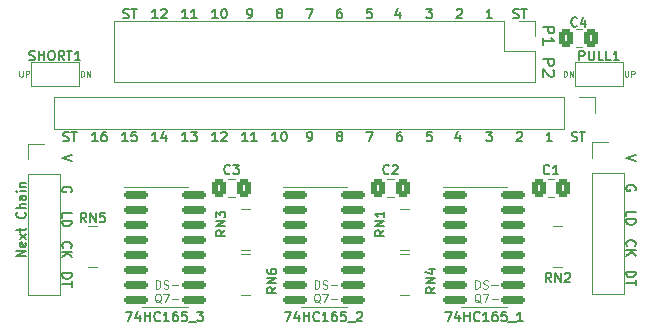
<source format=gbr>
%TF.GenerationSoftware,KiCad,Pcbnew,7.0.1*%
%TF.CreationDate,2023-05-21T17:22:54+09:00*%
%TF.ProjectId,joystick_74hc165_input_smd,6a6f7973-7469-4636-9b5f-373468633136,2*%
%TF.SameCoordinates,PX7e249a4PY6c1eee4*%
%TF.FileFunction,Legend,Top*%
%TF.FilePolarity,Positive*%
%FSLAX46Y46*%
G04 Gerber Fmt 4.6, Leading zero omitted, Abs format (unit mm)*
G04 Created by KiCad (PCBNEW 7.0.1) date 2023-05-21 17:22:54*
%MOMM*%
%LPD*%
G01*
G04 APERTURE LIST*
G04 Aperture macros list*
%AMRoundRect*
0 Rectangle with rounded corners*
0 $1 Rounding radius*
0 $2 $3 $4 $5 $6 $7 $8 $9 X,Y pos of 4 corners*
0 Add a 4 corners polygon primitive as box body*
4,1,4,$2,$3,$4,$5,$6,$7,$8,$9,$2,$3,0*
0 Add four circle primitives for the rounded corners*
1,1,$1+$1,$2,$3*
1,1,$1+$1,$4,$5*
1,1,$1+$1,$6,$7*
1,1,$1+$1,$8,$9*
0 Add four rect primitives between the rounded corners*
20,1,$1+$1,$2,$3,$4,$5,0*
20,1,$1+$1,$4,$5,$6,$7,0*
20,1,$1+$1,$6,$7,$8,$9,0*
20,1,$1+$1,$8,$9,$2,$3,0*%
G04 Aperture macros list end*
%ADD10C,0.150000*%
%ADD11C,0.100000*%
%ADD12C,0.125000*%
%ADD13C,0.120000*%
%ADD14R,1.700000X1.700000*%
%ADD15O,1.700000X1.700000*%
%ADD16R,0.900000X0.400000*%
%ADD17RoundRect,0.250000X-0.337500X-0.475000X0.337500X-0.475000X0.337500X0.475000X-0.337500X0.475000X0*%
%ADD18RoundRect,0.150000X-0.825000X-0.150000X0.825000X-0.150000X0.825000X0.150000X-0.825000X0.150000X0*%
%ADD19R,1.000000X1.500000*%
%ADD20RoundRect,0.250000X0.337500X0.475000X-0.337500X0.475000X-0.337500X-0.475000X0.337500X-0.475000X0*%
G04 APERTURE END LIST*
D10*
X5065404Y15697167D02*
X4265404Y15430500D01*
X4265404Y15430500D02*
X5065404Y15163834D01*
X4356166Y16876500D02*
X4470452Y16838405D01*
X4470452Y16838405D02*
X4660928Y16838405D01*
X4660928Y16838405D02*
X4737119Y16876500D01*
X4737119Y16876500D02*
X4775214Y16914596D01*
X4775214Y16914596D02*
X4813309Y16990786D01*
X4813309Y16990786D02*
X4813309Y17066977D01*
X4813309Y17066977D02*
X4775214Y17143167D01*
X4775214Y17143167D02*
X4737119Y17181262D01*
X4737119Y17181262D02*
X4660928Y17219358D01*
X4660928Y17219358D02*
X4508547Y17257453D01*
X4508547Y17257453D02*
X4432357Y17295548D01*
X4432357Y17295548D02*
X4394262Y17333643D01*
X4394262Y17333643D02*
X4356166Y17409834D01*
X4356166Y17409834D02*
X4356166Y17486024D01*
X4356166Y17486024D02*
X4394262Y17562215D01*
X4394262Y17562215D02*
X4432357Y17600310D01*
X4432357Y17600310D02*
X4508547Y17638405D01*
X4508547Y17638405D02*
X4699024Y17638405D01*
X4699024Y17638405D02*
X4813309Y17600310D01*
X5041881Y17638405D02*
X5499024Y17638405D01*
X5270452Y16838405D02*
X5270452Y17638405D01*
X52817404Y15697167D02*
X52017404Y15430500D01*
X52017404Y15430500D02*
X52817404Y15163834D01*
D11*
X12194499Y4370667D02*
X12194499Y5070667D01*
X12194499Y5070667D02*
X12361166Y5070667D01*
X12361166Y5070667D02*
X12461166Y5037334D01*
X12461166Y5037334D02*
X12527833Y4970667D01*
X12527833Y4970667D02*
X12561166Y4904000D01*
X12561166Y4904000D02*
X12594499Y4770667D01*
X12594499Y4770667D02*
X12594499Y4670667D01*
X12594499Y4670667D02*
X12561166Y4537334D01*
X12561166Y4537334D02*
X12527833Y4470667D01*
X12527833Y4470667D02*
X12461166Y4404000D01*
X12461166Y4404000D02*
X12361166Y4370667D01*
X12361166Y4370667D02*
X12194499Y4370667D01*
X12861166Y4404000D02*
X12961166Y4370667D01*
X12961166Y4370667D02*
X13127833Y4370667D01*
X13127833Y4370667D02*
X13194499Y4404000D01*
X13194499Y4404000D02*
X13227833Y4437334D01*
X13227833Y4437334D02*
X13261166Y4504000D01*
X13261166Y4504000D02*
X13261166Y4570667D01*
X13261166Y4570667D02*
X13227833Y4637334D01*
X13227833Y4637334D02*
X13194499Y4670667D01*
X13194499Y4670667D02*
X13127833Y4704000D01*
X13127833Y4704000D02*
X12994499Y4737334D01*
X12994499Y4737334D02*
X12927833Y4770667D01*
X12927833Y4770667D02*
X12894499Y4804000D01*
X12894499Y4804000D02*
X12861166Y4870667D01*
X12861166Y4870667D02*
X12861166Y4937334D01*
X12861166Y4937334D02*
X12894499Y5004000D01*
X12894499Y5004000D02*
X12927833Y5037334D01*
X12927833Y5037334D02*
X12994499Y5070667D01*
X12994499Y5070667D02*
X13161166Y5070667D01*
X13161166Y5070667D02*
X13261166Y5037334D01*
X13561166Y4637334D02*
X14094500Y4637334D01*
X12644500Y3170000D02*
X12577833Y3203334D01*
X12577833Y3203334D02*
X12511167Y3270000D01*
X12511167Y3270000D02*
X12411167Y3370000D01*
X12411167Y3370000D02*
X12344500Y3403334D01*
X12344500Y3403334D02*
X12277833Y3403334D01*
X12311167Y3236667D02*
X12244500Y3270000D01*
X12244500Y3270000D02*
X12177833Y3336667D01*
X12177833Y3336667D02*
X12144500Y3470000D01*
X12144500Y3470000D02*
X12144500Y3703334D01*
X12144500Y3703334D02*
X12177833Y3836667D01*
X12177833Y3836667D02*
X12244500Y3903334D01*
X12244500Y3903334D02*
X12311167Y3936667D01*
X12311167Y3936667D02*
X12444500Y3936667D01*
X12444500Y3936667D02*
X12511167Y3903334D01*
X12511167Y3903334D02*
X12577833Y3836667D01*
X12577833Y3836667D02*
X12611167Y3703334D01*
X12611167Y3703334D02*
X12611167Y3470000D01*
X12611167Y3470000D02*
X12577833Y3336667D01*
X12577833Y3336667D02*
X12511167Y3270000D01*
X12511167Y3270000D02*
X12444500Y3236667D01*
X12444500Y3236667D02*
X12311167Y3236667D01*
X12844500Y3936667D02*
X13311166Y3936667D01*
X13311166Y3936667D02*
X13011166Y3236667D01*
X13577833Y3503334D02*
X14111167Y3503334D01*
X39245499Y4370667D02*
X39245499Y5070667D01*
X39245499Y5070667D02*
X39412166Y5070667D01*
X39412166Y5070667D02*
X39512166Y5037334D01*
X39512166Y5037334D02*
X39578833Y4970667D01*
X39578833Y4970667D02*
X39612166Y4904000D01*
X39612166Y4904000D02*
X39645499Y4770667D01*
X39645499Y4770667D02*
X39645499Y4670667D01*
X39645499Y4670667D02*
X39612166Y4537334D01*
X39612166Y4537334D02*
X39578833Y4470667D01*
X39578833Y4470667D02*
X39512166Y4404000D01*
X39512166Y4404000D02*
X39412166Y4370667D01*
X39412166Y4370667D02*
X39245499Y4370667D01*
X39912166Y4404000D02*
X40012166Y4370667D01*
X40012166Y4370667D02*
X40178833Y4370667D01*
X40178833Y4370667D02*
X40245499Y4404000D01*
X40245499Y4404000D02*
X40278833Y4437334D01*
X40278833Y4437334D02*
X40312166Y4504000D01*
X40312166Y4504000D02*
X40312166Y4570667D01*
X40312166Y4570667D02*
X40278833Y4637334D01*
X40278833Y4637334D02*
X40245499Y4670667D01*
X40245499Y4670667D02*
X40178833Y4704000D01*
X40178833Y4704000D02*
X40045499Y4737334D01*
X40045499Y4737334D02*
X39978833Y4770667D01*
X39978833Y4770667D02*
X39945499Y4804000D01*
X39945499Y4804000D02*
X39912166Y4870667D01*
X39912166Y4870667D02*
X39912166Y4937334D01*
X39912166Y4937334D02*
X39945499Y5004000D01*
X39945499Y5004000D02*
X39978833Y5037334D01*
X39978833Y5037334D02*
X40045499Y5070667D01*
X40045499Y5070667D02*
X40212166Y5070667D01*
X40212166Y5070667D02*
X40312166Y5037334D01*
X40612166Y4637334D02*
X41145500Y4637334D01*
X39695500Y3170000D02*
X39628833Y3203334D01*
X39628833Y3203334D02*
X39562167Y3270000D01*
X39562167Y3270000D02*
X39462167Y3370000D01*
X39462167Y3370000D02*
X39395500Y3403334D01*
X39395500Y3403334D02*
X39328833Y3403334D01*
X39362167Y3236667D02*
X39295500Y3270000D01*
X39295500Y3270000D02*
X39228833Y3336667D01*
X39228833Y3336667D02*
X39195500Y3470000D01*
X39195500Y3470000D02*
X39195500Y3703334D01*
X39195500Y3703334D02*
X39228833Y3836667D01*
X39228833Y3836667D02*
X39295500Y3903334D01*
X39295500Y3903334D02*
X39362167Y3936667D01*
X39362167Y3936667D02*
X39495500Y3936667D01*
X39495500Y3936667D02*
X39562167Y3903334D01*
X39562167Y3903334D02*
X39628833Y3836667D01*
X39628833Y3836667D02*
X39662167Y3703334D01*
X39662167Y3703334D02*
X39662167Y3470000D01*
X39662167Y3470000D02*
X39628833Y3336667D01*
X39628833Y3336667D02*
X39562167Y3270000D01*
X39562167Y3270000D02*
X39495500Y3236667D01*
X39495500Y3236667D02*
X39362167Y3236667D01*
X39895500Y3936667D02*
X40362166Y3936667D01*
X40362166Y3936667D02*
X40062166Y3236667D01*
X40628833Y3503334D02*
X41162167Y3503334D01*
D10*
X7277118Y16838405D02*
X6819975Y16838405D01*
X7048547Y16838405D02*
X7048547Y17638405D01*
X7048547Y17638405D02*
X6972356Y17524120D01*
X6972356Y17524120D02*
X6896166Y17447929D01*
X6896166Y17447929D02*
X6819975Y17409834D01*
X7962833Y17638405D02*
X7810452Y17638405D01*
X7810452Y17638405D02*
X7734261Y17600310D01*
X7734261Y17600310D02*
X7696166Y17562215D01*
X7696166Y17562215D02*
X7619976Y17447929D01*
X7619976Y17447929D02*
X7581880Y17295548D01*
X7581880Y17295548D02*
X7581880Y16990786D01*
X7581880Y16990786D02*
X7619976Y16914596D01*
X7619976Y16914596D02*
X7658071Y16876500D01*
X7658071Y16876500D02*
X7734261Y16838405D01*
X7734261Y16838405D02*
X7886642Y16838405D01*
X7886642Y16838405D02*
X7962833Y16876500D01*
X7962833Y16876500D02*
X8000928Y16914596D01*
X8000928Y16914596D02*
X8039023Y16990786D01*
X8039023Y16990786D02*
X8039023Y17181262D01*
X8039023Y17181262D02*
X8000928Y17257453D01*
X8000928Y17257453D02*
X7962833Y17295548D01*
X7962833Y17295548D02*
X7886642Y17333643D01*
X7886642Y17333643D02*
X7734261Y17333643D01*
X7734261Y17333643D02*
X7658071Y17295548D01*
X7658071Y17295548D02*
X7619976Y17257453D01*
X7619976Y17257453D02*
X7581880Y17181262D01*
X14897118Y16838405D02*
X14439975Y16838405D01*
X14668547Y16838405D02*
X14668547Y17638405D01*
X14668547Y17638405D02*
X14592356Y17524120D01*
X14592356Y17524120D02*
X14516166Y17447929D01*
X14516166Y17447929D02*
X14439975Y17409834D01*
X15163785Y17638405D02*
X15659023Y17638405D01*
X15659023Y17638405D02*
X15392357Y17333643D01*
X15392357Y17333643D02*
X15506642Y17333643D01*
X15506642Y17333643D02*
X15582833Y17295548D01*
X15582833Y17295548D02*
X15620928Y17257453D01*
X15620928Y17257453D02*
X15659023Y17181262D01*
X15659023Y17181262D02*
X15659023Y16990786D01*
X15659023Y16990786D02*
X15620928Y16914596D01*
X15620928Y16914596D02*
X15582833Y16876500D01*
X15582833Y16876500D02*
X15506642Y16838405D01*
X15506642Y16838405D02*
X15278071Y16838405D01*
X15278071Y16838405D02*
X15201880Y16876500D01*
X15201880Y16876500D02*
X15163785Y16914596D01*
X17437118Y27252405D02*
X16979975Y27252405D01*
X17208547Y27252405D02*
X17208547Y28052405D01*
X17208547Y28052405D02*
X17132356Y27938120D01*
X17132356Y27938120D02*
X17056166Y27861929D01*
X17056166Y27861929D02*
X16979975Y27823834D01*
X17932357Y28052405D02*
X18008547Y28052405D01*
X18008547Y28052405D02*
X18084738Y28014310D01*
X18084738Y28014310D02*
X18122833Y27976215D01*
X18122833Y27976215D02*
X18160928Y27900024D01*
X18160928Y27900024D02*
X18199023Y27747643D01*
X18199023Y27747643D02*
X18199023Y27557167D01*
X18199023Y27557167D02*
X18160928Y27404786D01*
X18160928Y27404786D02*
X18122833Y27328596D01*
X18122833Y27328596D02*
X18084738Y27290500D01*
X18084738Y27290500D02*
X18008547Y27252405D01*
X18008547Y27252405D02*
X17932357Y27252405D01*
X17932357Y27252405D02*
X17856166Y27290500D01*
X17856166Y27290500D02*
X17818071Y27328596D01*
X17818071Y27328596D02*
X17779976Y27404786D01*
X17779976Y27404786D02*
X17741880Y27557167D01*
X17741880Y27557167D02*
X17741880Y27747643D01*
X17741880Y27747643D02*
X17779976Y27900024D01*
X17779976Y27900024D02*
X17818071Y27976215D01*
X17818071Y27976215D02*
X17856166Y28014310D01*
X17856166Y28014310D02*
X17932357Y28052405D01*
X22593309Y27709548D02*
X22517119Y27747643D01*
X22517119Y27747643D02*
X22479024Y27785739D01*
X22479024Y27785739D02*
X22440928Y27861929D01*
X22440928Y27861929D02*
X22440928Y27900024D01*
X22440928Y27900024D02*
X22479024Y27976215D01*
X22479024Y27976215D02*
X22517119Y28014310D01*
X22517119Y28014310D02*
X22593309Y28052405D01*
X22593309Y28052405D02*
X22745690Y28052405D01*
X22745690Y28052405D02*
X22821881Y28014310D01*
X22821881Y28014310D02*
X22859976Y27976215D01*
X22859976Y27976215D02*
X22898071Y27900024D01*
X22898071Y27900024D02*
X22898071Y27861929D01*
X22898071Y27861929D02*
X22859976Y27785739D01*
X22859976Y27785739D02*
X22821881Y27747643D01*
X22821881Y27747643D02*
X22745690Y27709548D01*
X22745690Y27709548D02*
X22593309Y27709548D01*
X22593309Y27709548D02*
X22517119Y27671453D01*
X22517119Y27671453D02*
X22479024Y27633358D01*
X22479024Y27633358D02*
X22440928Y27557167D01*
X22440928Y27557167D02*
X22440928Y27404786D01*
X22440928Y27404786D02*
X22479024Y27328596D01*
X22479024Y27328596D02*
X22517119Y27290500D01*
X22517119Y27290500D02*
X22593309Y27252405D01*
X22593309Y27252405D02*
X22745690Y27252405D01*
X22745690Y27252405D02*
X22821881Y27290500D01*
X22821881Y27290500D02*
X22859976Y27328596D01*
X22859976Y27328596D02*
X22898071Y27404786D01*
X22898071Y27404786D02*
X22898071Y27557167D01*
X22898071Y27557167D02*
X22859976Y27633358D01*
X22859976Y27633358D02*
X22821881Y27671453D01*
X22821881Y27671453D02*
X22745690Y27709548D01*
X27901881Y28052405D02*
X27749500Y28052405D01*
X27749500Y28052405D02*
X27673309Y28014310D01*
X27673309Y28014310D02*
X27635214Y27976215D01*
X27635214Y27976215D02*
X27559024Y27861929D01*
X27559024Y27861929D02*
X27520928Y27709548D01*
X27520928Y27709548D02*
X27520928Y27404786D01*
X27520928Y27404786D02*
X27559024Y27328596D01*
X27559024Y27328596D02*
X27597119Y27290500D01*
X27597119Y27290500D02*
X27673309Y27252405D01*
X27673309Y27252405D02*
X27825690Y27252405D01*
X27825690Y27252405D02*
X27901881Y27290500D01*
X27901881Y27290500D02*
X27939976Y27328596D01*
X27939976Y27328596D02*
X27978071Y27404786D01*
X27978071Y27404786D02*
X27978071Y27595262D01*
X27978071Y27595262D02*
X27939976Y27671453D01*
X27939976Y27671453D02*
X27901881Y27709548D01*
X27901881Y27709548D02*
X27825690Y27747643D01*
X27825690Y27747643D02*
X27673309Y27747643D01*
X27673309Y27747643D02*
X27597119Y27709548D01*
X27597119Y27709548D02*
X27559024Y27671453D01*
X27559024Y27671453D02*
X27520928Y27595262D01*
X24942833Y28052405D02*
X25476167Y28052405D01*
X25476167Y28052405D02*
X25133309Y27252405D01*
X19977119Y27252405D02*
X20129500Y27252405D01*
X20129500Y27252405D02*
X20205690Y27290500D01*
X20205690Y27290500D02*
X20243786Y27328596D01*
X20243786Y27328596D02*
X20319976Y27442881D01*
X20319976Y27442881D02*
X20358071Y27595262D01*
X20358071Y27595262D02*
X20358071Y27900024D01*
X20358071Y27900024D02*
X20319976Y27976215D01*
X20319976Y27976215D02*
X20281881Y28014310D01*
X20281881Y28014310D02*
X20205690Y28052405D01*
X20205690Y28052405D02*
X20053309Y28052405D01*
X20053309Y28052405D02*
X19977119Y28014310D01*
X19977119Y28014310D02*
X19939024Y27976215D01*
X19939024Y27976215D02*
X19900928Y27900024D01*
X19900928Y27900024D02*
X19900928Y27709548D01*
X19900928Y27709548D02*
X19939024Y27633358D01*
X19939024Y27633358D02*
X19977119Y27595262D01*
X19977119Y27595262D02*
X20053309Y27557167D01*
X20053309Y27557167D02*
X20205690Y27557167D01*
X20205690Y27557167D02*
X20281881Y27595262D01*
X20281881Y27595262D02*
X20319976Y27633358D01*
X20319976Y27633358D02*
X20358071Y27709548D01*
X32854881Y27785739D02*
X32854881Y27252405D01*
X32664405Y28090500D02*
X32473928Y27519072D01*
X32473928Y27519072D02*
X32969167Y27519072D01*
X37680928Y27976215D02*
X37719024Y28014310D01*
X37719024Y28014310D02*
X37795214Y28052405D01*
X37795214Y28052405D02*
X37985690Y28052405D01*
X37985690Y28052405D02*
X38061881Y28014310D01*
X38061881Y28014310D02*
X38099976Y27976215D01*
X38099976Y27976215D02*
X38138071Y27900024D01*
X38138071Y27900024D02*
X38138071Y27823834D01*
X38138071Y27823834D02*
X38099976Y27709548D01*
X38099976Y27709548D02*
X37642833Y27252405D01*
X37642833Y27252405D02*
X38138071Y27252405D01*
X40678071Y27252405D02*
X40220928Y27252405D01*
X40449500Y27252405D02*
X40449500Y28052405D01*
X40449500Y28052405D02*
X40373309Y27938120D01*
X40373309Y27938120D02*
X40297119Y27861929D01*
X40297119Y27861929D02*
X40220928Y27823834D01*
X30479976Y28052405D02*
X30099024Y28052405D01*
X30099024Y28052405D02*
X30060928Y27671453D01*
X30060928Y27671453D02*
X30099024Y27709548D01*
X30099024Y27709548D02*
X30175214Y27747643D01*
X30175214Y27747643D02*
X30365690Y27747643D01*
X30365690Y27747643D02*
X30441881Y27709548D01*
X30441881Y27709548D02*
X30479976Y27671453D01*
X30479976Y27671453D02*
X30518071Y27595262D01*
X30518071Y27595262D02*
X30518071Y27404786D01*
X30518071Y27404786D02*
X30479976Y27328596D01*
X30479976Y27328596D02*
X30441881Y27290500D01*
X30441881Y27290500D02*
X30365690Y27252405D01*
X30365690Y27252405D02*
X30175214Y27252405D01*
X30175214Y27252405D02*
X30099024Y27290500D01*
X30099024Y27290500D02*
X30060928Y27328596D01*
X14897118Y27252405D02*
X14439975Y27252405D01*
X14668547Y27252405D02*
X14668547Y28052405D01*
X14668547Y28052405D02*
X14592356Y27938120D01*
X14592356Y27938120D02*
X14516166Y27861929D01*
X14516166Y27861929D02*
X14439975Y27823834D01*
X15659023Y27252405D02*
X15201880Y27252405D01*
X15430452Y27252405D02*
X15430452Y28052405D01*
X15430452Y28052405D02*
X15354261Y27938120D01*
X15354261Y27938120D02*
X15278071Y27861929D01*
X15278071Y27861929D02*
X15201880Y27823834D01*
X12357118Y27252405D02*
X11899975Y27252405D01*
X12128547Y27252405D02*
X12128547Y28052405D01*
X12128547Y28052405D02*
X12052356Y27938120D01*
X12052356Y27938120D02*
X11976166Y27861929D01*
X11976166Y27861929D02*
X11899975Y27823834D01*
X12661880Y27976215D02*
X12699976Y28014310D01*
X12699976Y28014310D02*
X12776166Y28052405D01*
X12776166Y28052405D02*
X12966642Y28052405D01*
X12966642Y28052405D02*
X13042833Y28014310D01*
X13042833Y28014310D02*
X13080928Y27976215D01*
X13080928Y27976215D02*
X13119023Y27900024D01*
X13119023Y27900024D02*
X13119023Y27823834D01*
X13119023Y27823834D02*
X13080928Y27709548D01*
X13080928Y27709548D02*
X12623785Y27252405D01*
X12623785Y27252405D02*
X13119023Y27252405D01*
X42456166Y27290500D02*
X42570452Y27252405D01*
X42570452Y27252405D02*
X42760928Y27252405D01*
X42760928Y27252405D02*
X42837119Y27290500D01*
X42837119Y27290500D02*
X42875214Y27328596D01*
X42875214Y27328596D02*
X42913309Y27404786D01*
X42913309Y27404786D02*
X42913309Y27480977D01*
X42913309Y27480977D02*
X42875214Y27557167D01*
X42875214Y27557167D02*
X42837119Y27595262D01*
X42837119Y27595262D02*
X42760928Y27633358D01*
X42760928Y27633358D02*
X42608547Y27671453D01*
X42608547Y27671453D02*
X42532357Y27709548D01*
X42532357Y27709548D02*
X42494262Y27747643D01*
X42494262Y27747643D02*
X42456166Y27823834D01*
X42456166Y27823834D02*
X42456166Y27900024D01*
X42456166Y27900024D02*
X42494262Y27976215D01*
X42494262Y27976215D02*
X42532357Y28014310D01*
X42532357Y28014310D02*
X42608547Y28052405D01*
X42608547Y28052405D02*
X42799024Y28052405D01*
X42799024Y28052405D02*
X42913309Y28014310D01*
X43141881Y28052405D02*
X43599024Y28052405D01*
X43370452Y27252405D02*
X43370452Y28052405D01*
X35102833Y28052405D02*
X35598071Y28052405D01*
X35598071Y28052405D02*
X35331405Y27747643D01*
X35331405Y27747643D02*
X35445690Y27747643D01*
X35445690Y27747643D02*
X35521881Y27709548D01*
X35521881Y27709548D02*
X35559976Y27671453D01*
X35559976Y27671453D02*
X35598071Y27595262D01*
X35598071Y27595262D02*
X35598071Y27404786D01*
X35598071Y27404786D02*
X35559976Y27328596D01*
X35559976Y27328596D02*
X35521881Y27290500D01*
X35521881Y27290500D02*
X35445690Y27252405D01*
X35445690Y27252405D02*
X35217119Y27252405D01*
X35217119Y27252405D02*
X35140928Y27290500D01*
X35140928Y27290500D02*
X35102833Y27328596D01*
X9436166Y27290500D02*
X9550452Y27252405D01*
X9550452Y27252405D02*
X9740928Y27252405D01*
X9740928Y27252405D02*
X9817119Y27290500D01*
X9817119Y27290500D02*
X9855214Y27328596D01*
X9855214Y27328596D02*
X9893309Y27404786D01*
X9893309Y27404786D02*
X9893309Y27480977D01*
X9893309Y27480977D02*
X9855214Y27557167D01*
X9855214Y27557167D02*
X9817119Y27595262D01*
X9817119Y27595262D02*
X9740928Y27633358D01*
X9740928Y27633358D02*
X9588547Y27671453D01*
X9588547Y27671453D02*
X9512357Y27709548D01*
X9512357Y27709548D02*
X9474262Y27747643D01*
X9474262Y27747643D02*
X9436166Y27823834D01*
X9436166Y27823834D02*
X9436166Y27900024D01*
X9436166Y27900024D02*
X9474262Y27976215D01*
X9474262Y27976215D02*
X9512357Y28014310D01*
X9512357Y28014310D02*
X9588547Y28052405D01*
X9588547Y28052405D02*
X9779024Y28052405D01*
X9779024Y28052405D02*
X9893309Y28014310D01*
X10121881Y28052405D02*
X10579024Y28052405D01*
X10350452Y27252405D02*
X10350452Y28052405D01*
X30022833Y17638405D02*
X30556167Y17638405D01*
X30556167Y17638405D02*
X30213309Y16838405D01*
X42760928Y17562215D02*
X42799024Y17600310D01*
X42799024Y17600310D02*
X42875214Y17638405D01*
X42875214Y17638405D02*
X43065690Y17638405D01*
X43065690Y17638405D02*
X43141881Y17600310D01*
X43141881Y17600310D02*
X43179976Y17562215D01*
X43179976Y17562215D02*
X43218071Y17486024D01*
X43218071Y17486024D02*
X43218071Y17409834D01*
X43218071Y17409834D02*
X43179976Y17295548D01*
X43179976Y17295548D02*
X42722833Y16838405D01*
X42722833Y16838405D02*
X43218071Y16838405D01*
X45758071Y16838405D02*
X45300928Y16838405D01*
X45529500Y16838405D02*
X45529500Y17638405D01*
X45529500Y17638405D02*
X45453309Y17524120D01*
X45453309Y17524120D02*
X45377119Y17447929D01*
X45377119Y17447929D02*
X45300928Y17409834D01*
X25057119Y16838405D02*
X25209500Y16838405D01*
X25209500Y16838405D02*
X25285690Y16876500D01*
X25285690Y16876500D02*
X25323786Y16914596D01*
X25323786Y16914596D02*
X25399976Y17028881D01*
X25399976Y17028881D02*
X25438071Y17181262D01*
X25438071Y17181262D02*
X25438071Y17486024D01*
X25438071Y17486024D02*
X25399976Y17562215D01*
X25399976Y17562215D02*
X25361881Y17600310D01*
X25361881Y17600310D02*
X25285690Y17638405D01*
X25285690Y17638405D02*
X25133309Y17638405D01*
X25133309Y17638405D02*
X25057119Y17600310D01*
X25057119Y17600310D02*
X25019024Y17562215D01*
X25019024Y17562215D02*
X24980928Y17486024D01*
X24980928Y17486024D02*
X24980928Y17295548D01*
X24980928Y17295548D02*
X25019024Y17219358D01*
X25019024Y17219358D02*
X25057119Y17181262D01*
X25057119Y17181262D02*
X25133309Y17143167D01*
X25133309Y17143167D02*
X25285690Y17143167D01*
X25285690Y17143167D02*
X25361881Y17181262D01*
X25361881Y17181262D02*
X25399976Y17219358D01*
X25399976Y17219358D02*
X25438071Y17295548D01*
X19977118Y16838405D02*
X19519975Y16838405D01*
X19748547Y16838405D02*
X19748547Y17638405D01*
X19748547Y17638405D02*
X19672356Y17524120D01*
X19672356Y17524120D02*
X19596166Y17447929D01*
X19596166Y17447929D02*
X19519975Y17409834D01*
X20739023Y16838405D02*
X20281880Y16838405D01*
X20510452Y16838405D02*
X20510452Y17638405D01*
X20510452Y17638405D02*
X20434261Y17524120D01*
X20434261Y17524120D02*
X20358071Y17447929D01*
X20358071Y17447929D02*
X20281880Y17409834D01*
X27673309Y17295548D02*
X27597119Y17333643D01*
X27597119Y17333643D02*
X27559024Y17371739D01*
X27559024Y17371739D02*
X27520928Y17447929D01*
X27520928Y17447929D02*
X27520928Y17486024D01*
X27520928Y17486024D02*
X27559024Y17562215D01*
X27559024Y17562215D02*
X27597119Y17600310D01*
X27597119Y17600310D02*
X27673309Y17638405D01*
X27673309Y17638405D02*
X27825690Y17638405D01*
X27825690Y17638405D02*
X27901881Y17600310D01*
X27901881Y17600310D02*
X27939976Y17562215D01*
X27939976Y17562215D02*
X27978071Y17486024D01*
X27978071Y17486024D02*
X27978071Y17447929D01*
X27978071Y17447929D02*
X27939976Y17371739D01*
X27939976Y17371739D02*
X27901881Y17333643D01*
X27901881Y17333643D02*
X27825690Y17295548D01*
X27825690Y17295548D02*
X27673309Y17295548D01*
X27673309Y17295548D02*
X27597119Y17257453D01*
X27597119Y17257453D02*
X27559024Y17219358D01*
X27559024Y17219358D02*
X27520928Y17143167D01*
X27520928Y17143167D02*
X27520928Y16990786D01*
X27520928Y16990786D02*
X27559024Y16914596D01*
X27559024Y16914596D02*
X27597119Y16876500D01*
X27597119Y16876500D02*
X27673309Y16838405D01*
X27673309Y16838405D02*
X27825690Y16838405D01*
X27825690Y16838405D02*
X27901881Y16876500D01*
X27901881Y16876500D02*
X27939976Y16914596D01*
X27939976Y16914596D02*
X27978071Y16990786D01*
X27978071Y16990786D02*
X27978071Y17143167D01*
X27978071Y17143167D02*
X27939976Y17219358D01*
X27939976Y17219358D02*
X27901881Y17257453D01*
X27901881Y17257453D02*
X27825690Y17295548D01*
X22517118Y16838405D02*
X22059975Y16838405D01*
X22288547Y16838405D02*
X22288547Y17638405D01*
X22288547Y17638405D02*
X22212356Y17524120D01*
X22212356Y17524120D02*
X22136166Y17447929D01*
X22136166Y17447929D02*
X22059975Y17409834D01*
X23012357Y17638405D02*
X23088547Y17638405D01*
X23088547Y17638405D02*
X23164738Y17600310D01*
X23164738Y17600310D02*
X23202833Y17562215D01*
X23202833Y17562215D02*
X23240928Y17486024D01*
X23240928Y17486024D02*
X23279023Y17333643D01*
X23279023Y17333643D02*
X23279023Y17143167D01*
X23279023Y17143167D02*
X23240928Y16990786D01*
X23240928Y16990786D02*
X23202833Y16914596D01*
X23202833Y16914596D02*
X23164738Y16876500D01*
X23164738Y16876500D02*
X23088547Y16838405D01*
X23088547Y16838405D02*
X23012357Y16838405D01*
X23012357Y16838405D02*
X22936166Y16876500D01*
X22936166Y16876500D02*
X22898071Y16914596D01*
X22898071Y16914596D02*
X22859976Y16990786D01*
X22859976Y16990786D02*
X22821880Y17143167D01*
X22821880Y17143167D02*
X22821880Y17333643D01*
X22821880Y17333643D02*
X22859976Y17486024D01*
X22859976Y17486024D02*
X22898071Y17562215D01*
X22898071Y17562215D02*
X22936166Y17600310D01*
X22936166Y17600310D02*
X23012357Y17638405D01*
X37934881Y17371739D02*
X37934881Y16838405D01*
X37744405Y17676500D02*
X37553928Y17105072D01*
X37553928Y17105072D02*
X38049167Y17105072D01*
X17437118Y16838405D02*
X16979975Y16838405D01*
X17208547Y16838405D02*
X17208547Y17638405D01*
X17208547Y17638405D02*
X17132356Y17524120D01*
X17132356Y17524120D02*
X17056166Y17447929D01*
X17056166Y17447929D02*
X16979975Y17409834D01*
X17741880Y17562215D02*
X17779976Y17600310D01*
X17779976Y17600310D02*
X17856166Y17638405D01*
X17856166Y17638405D02*
X18046642Y17638405D01*
X18046642Y17638405D02*
X18122833Y17600310D01*
X18122833Y17600310D02*
X18160928Y17562215D01*
X18160928Y17562215D02*
X18199023Y17486024D01*
X18199023Y17486024D02*
X18199023Y17409834D01*
X18199023Y17409834D02*
X18160928Y17295548D01*
X18160928Y17295548D02*
X17703785Y16838405D01*
X17703785Y16838405D02*
X18199023Y16838405D01*
X47409166Y16876500D02*
X47523452Y16838405D01*
X47523452Y16838405D02*
X47713928Y16838405D01*
X47713928Y16838405D02*
X47790119Y16876500D01*
X47790119Y16876500D02*
X47828214Y16914596D01*
X47828214Y16914596D02*
X47866309Y16990786D01*
X47866309Y16990786D02*
X47866309Y17066977D01*
X47866309Y17066977D02*
X47828214Y17143167D01*
X47828214Y17143167D02*
X47790119Y17181262D01*
X47790119Y17181262D02*
X47713928Y17219358D01*
X47713928Y17219358D02*
X47561547Y17257453D01*
X47561547Y17257453D02*
X47485357Y17295548D01*
X47485357Y17295548D02*
X47447262Y17333643D01*
X47447262Y17333643D02*
X47409166Y17409834D01*
X47409166Y17409834D02*
X47409166Y17486024D01*
X47409166Y17486024D02*
X47447262Y17562215D01*
X47447262Y17562215D02*
X47485357Y17600310D01*
X47485357Y17600310D02*
X47561547Y17638405D01*
X47561547Y17638405D02*
X47752024Y17638405D01*
X47752024Y17638405D02*
X47866309Y17600310D01*
X48094881Y17638405D02*
X48552024Y17638405D01*
X48323452Y16838405D02*
X48323452Y17638405D01*
X40182833Y17638405D02*
X40678071Y17638405D01*
X40678071Y17638405D02*
X40411405Y17333643D01*
X40411405Y17333643D02*
X40525690Y17333643D01*
X40525690Y17333643D02*
X40601881Y17295548D01*
X40601881Y17295548D02*
X40639976Y17257453D01*
X40639976Y17257453D02*
X40678071Y17181262D01*
X40678071Y17181262D02*
X40678071Y16990786D01*
X40678071Y16990786D02*
X40639976Y16914596D01*
X40639976Y16914596D02*
X40601881Y16876500D01*
X40601881Y16876500D02*
X40525690Y16838405D01*
X40525690Y16838405D02*
X40297119Y16838405D01*
X40297119Y16838405D02*
X40220928Y16876500D01*
X40220928Y16876500D02*
X40182833Y16914596D01*
X35559976Y17638405D02*
X35179024Y17638405D01*
X35179024Y17638405D02*
X35140928Y17257453D01*
X35140928Y17257453D02*
X35179024Y17295548D01*
X35179024Y17295548D02*
X35255214Y17333643D01*
X35255214Y17333643D02*
X35445690Y17333643D01*
X35445690Y17333643D02*
X35521881Y17295548D01*
X35521881Y17295548D02*
X35559976Y17257453D01*
X35559976Y17257453D02*
X35598071Y17181262D01*
X35598071Y17181262D02*
X35598071Y16990786D01*
X35598071Y16990786D02*
X35559976Y16914596D01*
X35559976Y16914596D02*
X35521881Y16876500D01*
X35521881Y16876500D02*
X35445690Y16838405D01*
X35445690Y16838405D02*
X35255214Y16838405D01*
X35255214Y16838405D02*
X35179024Y16876500D01*
X35179024Y16876500D02*
X35140928Y16914596D01*
X32981881Y17638405D02*
X32829500Y17638405D01*
X32829500Y17638405D02*
X32753309Y17600310D01*
X32753309Y17600310D02*
X32715214Y17562215D01*
X32715214Y17562215D02*
X32639024Y17447929D01*
X32639024Y17447929D02*
X32600928Y17295548D01*
X32600928Y17295548D02*
X32600928Y16990786D01*
X32600928Y16990786D02*
X32639024Y16914596D01*
X32639024Y16914596D02*
X32677119Y16876500D01*
X32677119Y16876500D02*
X32753309Y16838405D01*
X32753309Y16838405D02*
X32905690Y16838405D01*
X32905690Y16838405D02*
X32981881Y16876500D01*
X32981881Y16876500D02*
X33019976Y16914596D01*
X33019976Y16914596D02*
X33058071Y16990786D01*
X33058071Y16990786D02*
X33058071Y17181262D01*
X33058071Y17181262D02*
X33019976Y17257453D01*
X33019976Y17257453D02*
X32981881Y17295548D01*
X32981881Y17295548D02*
X32905690Y17333643D01*
X32905690Y17333643D02*
X32753309Y17333643D01*
X32753309Y17333643D02*
X32677119Y17295548D01*
X32677119Y17295548D02*
X32639024Y17257453D01*
X32639024Y17257453D02*
X32600928Y17181262D01*
X1195595Y7118739D02*
X395595Y7118739D01*
X395595Y7118739D02*
X1195595Y7575882D01*
X1195595Y7575882D02*
X395595Y7575882D01*
X1157500Y8261596D02*
X1195595Y8185405D01*
X1195595Y8185405D02*
X1195595Y8033024D01*
X1195595Y8033024D02*
X1157500Y7956834D01*
X1157500Y7956834D02*
X1081309Y7918738D01*
X1081309Y7918738D02*
X776547Y7918738D01*
X776547Y7918738D02*
X700357Y7956834D01*
X700357Y7956834D02*
X662261Y8033024D01*
X662261Y8033024D02*
X662261Y8185405D01*
X662261Y8185405D02*
X700357Y8261596D01*
X700357Y8261596D02*
X776547Y8299691D01*
X776547Y8299691D02*
X852738Y8299691D01*
X852738Y8299691D02*
X928928Y7918738D01*
X1195595Y8566357D02*
X662261Y8985405D01*
X662261Y8566357D02*
X1195595Y8985405D01*
X662261Y9175881D02*
X662261Y9480643D01*
X395595Y9290167D02*
X1081309Y9290167D01*
X1081309Y9290167D02*
X1157500Y9328262D01*
X1157500Y9328262D02*
X1195595Y9404452D01*
X1195595Y9404452D02*
X1195595Y9480643D01*
X1119404Y10813977D02*
X1157500Y10775881D01*
X1157500Y10775881D02*
X1195595Y10661596D01*
X1195595Y10661596D02*
X1195595Y10585405D01*
X1195595Y10585405D02*
X1157500Y10471119D01*
X1157500Y10471119D02*
X1081309Y10394929D01*
X1081309Y10394929D02*
X1005119Y10356834D01*
X1005119Y10356834D02*
X852738Y10318738D01*
X852738Y10318738D02*
X738452Y10318738D01*
X738452Y10318738D02*
X586071Y10356834D01*
X586071Y10356834D02*
X509880Y10394929D01*
X509880Y10394929D02*
X433690Y10471119D01*
X433690Y10471119D02*
X395595Y10585405D01*
X395595Y10585405D02*
X395595Y10661596D01*
X395595Y10661596D02*
X433690Y10775881D01*
X433690Y10775881D02*
X471785Y10813977D01*
X1195595Y11156834D02*
X395595Y11156834D01*
X1195595Y11499691D02*
X776547Y11499691D01*
X776547Y11499691D02*
X700357Y11461596D01*
X700357Y11461596D02*
X662261Y11385405D01*
X662261Y11385405D02*
X662261Y11271119D01*
X662261Y11271119D02*
X700357Y11194929D01*
X700357Y11194929D02*
X738452Y11156834D01*
X1195595Y12223501D02*
X776547Y12223501D01*
X776547Y12223501D02*
X700357Y12185406D01*
X700357Y12185406D02*
X662261Y12109215D01*
X662261Y12109215D02*
X662261Y11956834D01*
X662261Y11956834D02*
X700357Y11880644D01*
X1157500Y12223501D02*
X1195595Y12147310D01*
X1195595Y12147310D02*
X1195595Y11956834D01*
X1195595Y11956834D02*
X1157500Y11880644D01*
X1157500Y11880644D02*
X1081309Y11842548D01*
X1081309Y11842548D02*
X1005119Y11842548D01*
X1005119Y11842548D02*
X928928Y11880644D01*
X928928Y11880644D02*
X890833Y11956834D01*
X890833Y11956834D02*
X890833Y12147310D01*
X890833Y12147310D02*
X852738Y12223501D01*
X1195595Y12604454D02*
X662261Y12604454D01*
X395595Y12604454D02*
X433690Y12566358D01*
X433690Y12566358D02*
X471785Y12604454D01*
X471785Y12604454D02*
X433690Y12642549D01*
X433690Y12642549D02*
X395595Y12604454D01*
X395595Y12604454D02*
X471785Y12604454D01*
X662261Y12985406D02*
X1195595Y12985406D01*
X738452Y12985406D02*
X700357Y13023501D01*
X700357Y13023501D02*
X662261Y13099691D01*
X662261Y13099691D02*
X662261Y13213977D01*
X662261Y13213977D02*
X700357Y13290168D01*
X700357Y13290168D02*
X776547Y13328263D01*
X776547Y13328263D02*
X1195595Y13328263D01*
X44939880Y26542738D02*
X45939880Y26542738D01*
X45939880Y26542738D02*
X45939880Y26161786D01*
X45939880Y26161786D02*
X45892261Y26066548D01*
X45892261Y26066548D02*
X45844642Y26018929D01*
X45844642Y26018929D02*
X45749404Y25971310D01*
X45749404Y25971310D02*
X45606547Y25971310D01*
X45606547Y25971310D02*
X45511309Y26018929D01*
X45511309Y26018929D02*
X45463690Y26066548D01*
X45463690Y26066548D02*
X45416071Y26161786D01*
X45416071Y26161786D02*
X45416071Y26542738D01*
X44939880Y25018929D02*
X44939880Y25590357D01*
X44939880Y25304643D02*
X45939880Y25304643D01*
X45939880Y25304643D02*
X45797023Y25399881D01*
X45797023Y25399881D02*
X45701785Y25495119D01*
X45701785Y25495119D02*
X45654166Y25590357D01*
X44939880Y23828452D02*
X45939880Y23828452D01*
X45939880Y23828452D02*
X45939880Y23447500D01*
X45939880Y23447500D02*
X45892261Y23352262D01*
X45892261Y23352262D02*
X45844642Y23304643D01*
X45844642Y23304643D02*
X45749404Y23257024D01*
X45749404Y23257024D02*
X45606547Y23257024D01*
X45606547Y23257024D02*
X45511309Y23304643D01*
X45511309Y23304643D02*
X45463690Y23352262D01*
X45463690Y23352262D02*
X45416071Y23447500D01*
X45416071Y23447500D02*
X45416071Y23828452D01*
X45844642Y22876071D02*
X45892261Y22828452D01*
X45892261Y22828452D02*
X45939880Y22733214D01*
X45939880Y22733214D02*
X45939880Y22495119D01*
X45939880Y22495119D02*
X45892261Y22399881D01*
X45892261Y22399881D02*
X45844642Y22352262D01*
X45844642Y22352262D02*
X45749404Y22304643D01*
X45749404Y22304643D02*
X45654166Y22304643D01*
X45654166Y22304643D02*
X45511309Y22352262D01*
X45511309Y22352262D02*
X44939880Y22923690D01*
X44939880Y22923690D02*
X44939880Y22304643D01*
X4341595Y7835881D02*
X4303500Y7873977D01*
X4303500Y7873977D02*
X4265404Y7988262D01*
X4265404Y7988262D02*
X4265404Y8064453D01*
X4265404Y8064453D02*
X4303500Y8178739D01*
X4303500Y8178739D02*
X4379690Y8254929D01*
X4379690Y8254929D02*
X4455880Y8293024D01*
X4455880Y8293024D02*
X4608261Y8331120D01*
X4608261Y8331120D02*
X4722547Y8331120D01*
X4722547Y8331120D02*
X4874928Y8293024D01*
X4874928Y8293024D02*
X4951119Y8254929D01*
X4951119Y8254929D02*
X5027309Y8178739D01*
X5027309Y8178739D02*
X5065404Y8064453D01*
X5065404Y8064453D02*
X5065404Y7988262D01*
X5065404Y7988262D02*
X5027309Y7873977D01*
X5027309Y7873977D02*
X4989214Y7835881D01*
X4265404Y7493024D02*
X5065404Y7493024D01*
X4265404Y7035881D02*
X4722547Y7378739D01*
X5065404Y7035881D02*
X4608261Y7493024D01*
X4265404Y5657786D02*
X5065404Y5657786D01*
X5065404Y5657786D02*
X5065404Y5467310D01*
X5065404Y5467310D02*
X5027309Y5353024D01*
X5027309Y5353024D02*
X4951119Y5276834D01*
X4951119Y5276834D02*
X4874928Y5238739D01*
X4874928Y5238739D02*
X4722547Y5200643D01*
X4722547Y5200643D02*
X4608261Y5200643D01*
X4608261Y5200643D02*
X4455880Y5238739D01*
X4455880Y5238739D02*
X4379690Y5276834D01*
X4379690Y5276834D02*
X4303500Y5353024D01*
X4303500Y5353024D02*
X4265404Y5467310D01*
X4265404Y5467310D02*
X4265404Y5657786D01*
X5065404Y4972072D02*
X5065404Y4514929D01*
X4265404Y4743501D02*
X5065404Y4743501D01*
X4265404Y10375881D02*
X4265404Y10756833D01*
X4265404Y10756833D02*
X5065404Y10756833D01*
X4265404Y10109214D02*
X5065404Y10109214D01*
X5065404Y10109214D02*
X5065404Y9918738D01*
X5065404Y9918738D02*
X5027309Y9804452D01*
X5027309Y9804452D02*
X4951119Y9728262D01*
X4951119Y9728262D02*
X4874928Y9690167D01*
X4874928Y9690167D02*
X4722547Y9652071D01*
X4722547Y9652071D02*
X4608261Y9652071D01*
X4608261Y9652071D02*
X4455880Y9690167D01*
X4455880Y9690167D02*
X4379690Y9728262D01*
X4379690Y9728262D02*
X4303500Y9804452D01*
X4303500Y9804452D02*
X4265404Y9918738D01*
X4265404Y9918738D02*
X4265404Y10109214D01*
D11*
X25656499Y4370667D02*
X25656499Y5070667D01*
X25656499Y5070667D02*
X25823166Y5070667D01*
X25823166Y5070667D02*
X25923166Y5037334D01*
X25923166Y5037334D02*
X25989833Y4970667D01*
X25989833Y4970667D02*
X26023166Y4904000D01*
X26023166Y4904000D02*
X26056499Y4770667D01*
X26056499Y4770667D02*
X26056499Y4670667D01*
X26056499Y4670667D02*
X26023166Y4537334D01*
X26023166Y4537334D02*
X25989833Y4470667D01*
X25989833Y4470667D02*
X25923166Y4404000D01*
X25923166Y4404000D02*
X25823166Y4370667D01*
X25823166Y4370667D02*
X25656499Y4370667D01*
X26323166Y4404000D02*
X26423166Y4370667D01*
X26423166Y4370667D02*
X26589833Y4370667D01*
X26589833Y4370667D02*
X26656499Y4404000D01*
X26656499Y4404000D02*
X26689833Y4437334D01*
X26689833Y4437334D02*
X26723166Y4504000D01*
X26723166Y4504000D02*
X26723166Y4570667D01*
X26723166Y4570667D02*
X26689833Y4637334D01*
X26689833Y4637334D02*
X26656499Y4670667D01*
X26656499Y4670667D02*
X26589833Y4704000D01*
X26589833Y4704000D02*
X26456499Y4737334D01*
X26456499Y4737334D02*
X26389833Y4770667D01*
X26389833Y4770667D02*
X26356499Y4804000D01*
X26356499Y4804000D02*
X26323166Y4870667D01*
X26323166Y4870667D02*
X26323166Y4937334D01*
X26323166Y4937334D02*
X26356499Y5004000D01*
X26356499Y5004000D02*
X26389833Y5037334D01*
X26389833Y5037334D02*
X26456499Y5070667D01*
X26456499Y5070667D02*
X26623166Y5070667D01*
X26623166Y5070667D02*
X26723166Y5037334D01*
X27023166Y4637334D02*
X27556500Y4637334D01*
X26106500Y3170000D02*
X26039833Y3203334D01*
X26039833Y3203334D02*
X25973167Y3270000D01*
X25973167Y3270000D02*
X25873167Y3370000D01*
X25873167Y3370000D02*
X25806500Y3403334D01*
X25806500Y3403334D02*
X25739833Y3403334D01*
X25773167Y3236667D02*
X25706500Y3270000D01*
X25706500Y3270000D02*
X25639833Y3336667D01*
X25639833Y3336667D02*
X25606500Y3470000D01*
X25606500Y3470000D02*
X25606500Y3703334D01*
X25606500Y3703334D02*
X25639833Y3836667D01*
X25639833Y3836667D02*
X25706500Y3903334D01*
X25706500Y3903334D02*
X25773167Y3936667D01*
X25773167Y3936667D02*
X25906500Y3936667D01*
X25906500Y3936667D02*
X25973167Y3903334D01*
X25973167Y3903334D02*
X26039833Y3836667D01*
X26039833Y3836667D02*
X26073167Y3703334D01*
X26073167Y3703334D02*
X26073167Y3470000D01*
X26073167Y3470000D02*
X26039833Y3336667D01*
X26039833Y3336667D02*
X25973167Y3270000D01*
X25973167Y3270000D02*
X25906500Y3236667D01*
X25906500Y3236667D02*
X25773167Y3236667D01*
X26306500Y3936667D02*
X26773166Y3936667D01*
X26773166Y3936667D02*
X26473166Y3236667D01*
X27039833Y3503334D02*
X27573167Y3503334D01*
D10*
X52017404Y10502881D02*
X52017404Y10883833D01*
X52017404Y10883833D02*
X52817404Y10883833D01*
X52017404Y10236214D02*
X52817404Y10236214D01*
X52817404Y10236214D02*
X52817404Y10045738D01*
X52817404Y10045738D02*
X52779309Y9931452D01*
X52779309Y9931452D02*
X52703119Y9855262D01*
X52703119Y9855262D02*
X52626928Y9817167D01*
X52626928Y9817167D02*
X52474547Y9779071D01*
X52474547Y9779071D02*
X52360261Y9779071D01*
X52360261Y9779071D02*
X52207880Y9817167D01*
X52207880Y9817167D02*
X52131690Y9855262D01*
X52131690Y9855262D02*
X52055500Y9931452D01*
X52055500Y9931452D02*
X52017404Y10045738D01*
X52017404Y10045738D02*
X52017404Y10236214D01*
X12357118Y16838405D02*
X11899975Y16838405D01*
X12128547Y16838405D02*
X12128547Y17638405D01*
X12128547Y17638405D02*
X12052356Y17524120D01*
X12052356Y17524120D02*
X11976166Y17447929D01*
X11976166Y17447929D02*
X11899975Y17409834D01*
X13042833Y17371739D02*
X13042833Y16838405D01*
X12852357Y17676500D02*
X12661880Y17105072D01*
X12661880Y17105072D02*
X13157119Y17105072D01*
X52093595Y7962881D02*
X52055500Y8000977D01*
X52055500Y8000977D02*
X52017404Y8115262D01*
X52017404Y8115262D02*
X52017404Y8191453D01*
X52017404Y8191453D02*
X52055500Y8305739D01*
X52055500Y8305739D02*
X52131690Y8381929D01*
X52131690Y8381929D02*
X52207880Y8420024D01*
X52207880Y8420024D02*
X52360261Y8458120D01*
X52360261Y8458120D02*
X52474547Y8458120D01*
X52474547Y8458120D02*
X52626928Y8420024D01*
X52626928Y8420024D02*
X52703119Y8381929D01*
X52703119Y8381929D02*
X52779309Y8305739D01*
X52779309Y8305739D02*
X52817404Y8191453D01*
X52817404Y8191453D02*
X52817404Y8115262D01*
X52817404Y8115262D02*
X52779309Y8000977D01*
X52779309Y8000977D02*
X52741214Y7962881D01*
X52017404Y7620024D02*
X52817404Y7620024D01*
X52017404Y7162881D02*
X52474547Y7505739D01*
X52817404Y7162881D02*
X52360261Y7620024D01*
X52779309Y12680977D02*
X52817404Y12757167D01*
X52817404Y12757167D02*
X52817404Y12871453D01*
X52817404Y12871453D02*
X52779309Y12985739D01*
X52779309Y12985739D02*
X52703119Y13061929D01*
X52703119Y13061929D02*
X52626928Y13100024D01*
X52626928Y13100024D02*
X52474547Y13138120D01*
X52474547Y13138120D02*
X52360261Y13138120D01*
X52360261Y13138120D02*
X52207880Y13100024D01*
X52207880Y13100024D02*
X52131690Y13061929D01*
X52131690Y13061929D02*
X52055500Y12985739D01*
X52055500Y12985739D02*
X52017404Y12871453D01*
X52017404Y12871453D02*
X52017404Y12795262D01*
X52017404Y12795262D02*
X52055500Y12680977D01*
X52055500Y12680977D02*
X52093595Y12642881D01*
X52093595Y12642881D02*
X52360261Y12642881D01*
X52360261Y12642881D02*
X52360261Y12795262D01*
X5027309Y12553977D02*
X5065404Y12630167D01*
X5065404Y12630167D02*
X5065404Y12744453D01*
X5065404Y12744453D02*
X5027309Y12858739D01*
X5027309Y12858739D02*
X4951119Y12934929D01*
X4951119Y12934929D02*
X4874928Y12973024D01*
X4874928Y12973024D02*
X4722547Y13011120D01*
X4722547Y13011120D02*
X4608261Y13011120D01*
X4608261Y13011120D02*
X4455880Y12973024D01*
X4455880Y12973024D02*
X4379690Y12934929D01*
X4379690Y12934929D02*
X4303500Y12858739D01*
X4303500Y12858739D02*
X4265404Y12744453D01*
X4265404Y12744453D02*
X4265404Y12668262D01*
X4265404Y12668262D02*
X4303500Y12553977D01*
X4303500Y12553977D02*
X4341595Y12515881D01*
X4341595Y12515881D02*
X4608261Y12515881D01*
X4608261Y12515881D02*
X4608261Y12668262D01*
X52017404Y5784786D02*
X52817404Y5784786D01*
X52817404Y5784786D02*
X52817404Y5594310D01*
X52817404Y5594310D02*
X52779309Y5480024D01*
X52779309Y5480024D02*
X52703119Y5403834D01*
X52703119Y5403834D02*
X52626928Y5365739D01*
X52626928Y5365739D02*
X52474547Y5327643D01*
X52474547Y5327643D02*
X52360261Y5327643D01*
X52360261Y5327643D02*
X52207880Y5365739D01*
X52207880Y5365739D02*
X52131690Y5403834D01*
X52131690Y5403834D02*
X52055500Y5480024D01*
X52055500Y5480024D02*
X52017404Y5594310D01*
X52017404Y5594310D02*
X52017404Y5784786D01*
X52817404Y5099072D02*
X52817404Y4641929D01*
X52017404Y4870501D02*
X52817404Y4870501D01*
X9817118Y16838405D02*
X9359975Y16838405D01*
X9588547Y16838405D02*
X9588547Y17638405D01*
X9588547Y17638405D02*
X9512356Y17524120D01*
X9512356Y17524120D02*
X9436166Y17447929D01*
X9436166Y17447929D02*
X9359975Y17409834D01*
X10540928Y17638405D02*
X10159976Y17638405D01*
X10159976Y17638405D02*
X10121880Y17257453D01*
X10121880Y17257453D02*
X10159976Y17295548D01*
X10159976Y17295548D02*
X10236166Y17333643D01*
X10236166Y17333643D02*
X10426642Y17333643D01*
X10426642Y17333643D02*
X10502833Y17295548D01*
X10502833Y17295548D02*
X10540928Y17257453D01*
X10540928Y17257453D02*
X10579023Y17181262D01*
X10579023Y17181262D02*
X10579023Y16990786D01*
X10579023Y16990786D02*
X10540928Y16914596D01*
X10540928Y16914596D02*
X10502833Y16876500D01*
X10502833Y16876500D02*
X10426642Y16838405D01*
X10426642Y16838405D02*
X10236166Y16838405D01*
X10236166Y16838405D02*
X10159976Y16876500D01*
X10159976Y16876500D02*
X10121880Y16914596D01*
%TO.C,RN2*%
X45675619Y4900405D02*
X45408952Y5281358D01*
X45218476Y4900405D02*
X45218476Y5700405D01*
X45218476Y5700405D02*
X45523238Y5700405D01*
X45523238Y5700405D02*
X45599428Y5662310D01*
X45599428Y5662310D02*
X45637523Y5624215D01*
X45637523Y5624215D02*
X45675619Y5548024D01*
X45675619Y5548024D02*
X45675619Y5433739D01*
X45675619Y5433739D02*
X45637523Y5357548D01*
X45637523Y5357548D02*
X45599428Y5319453D01*
X45599428Y5319453D02*
X45523238Y5281358D01*
X45523238Y5281358D02*
X45218476Y5281358D01*
X46018476Y4900405D02*
X46018476Y5700405D01*
X46018476Y5700405D02*
X46475619Y4900405D01*
X46475619Y4900405D02*
X46475619Y5700405D01*
X46818475Y5624215D02*
X46856571Y5662310D01*
X46856571Y5662310D02*
X46932761Y5700405D01*
X46932761Y5700405D02*
X47123237Y5700405D01*
X47123237Y5700405D02*
X47199428Y5662310D01*
X47199428Y5662310D02*
X47237523Y5624215D01*
X47237523Y5624215D02*
X47275618Y5548024D01*
X47275618Y5548024D02*
X47275618Y5471834D01*
X47275618Y5471834D02*
X47237523Y5357548D01*
X47237523Y5357548D02*
X46780380Y4900405D01*
X46780380Y4900405D02*
X47275618Y4900405D01*
%TO.C,RN1*%
X31548595Y9290120D02*
X31167642Y9023453D01*
X31548595Y8832977D02*
X30748595Y8832977D01*
X30748595Y8832977D02*
X30748595Y9137739D01*
X30748595Y9137739D02*
X30786690Y9213929D01*
X30786690Y9213929D02*
X30824785Y9252024D01*
X30824785Y9252024D02*
X30900976Y9290120D01*
X30900976Y9290120D02*
X31015261Y9290120D01*
X31015261Y9290120D02*
X31091452Y9252024D01*
X31091452Y9252024D02*
X31129547Y9213929D01*
X31129547Y9213929D02*
X31167642Y9137739D01*
X31167642Y9137739D02*
X31167642Y8832977D01*
X31548595Y9632977D02*
X30748595Y9632977D01*
X30748595Y9632977D02*
X31548595Y10090120D01*
X31548595Y10090120D02*
X30748595Y10090120D01*
X31548595Y10890119D02*
X31548595Y10432976D01*
X31548595Y10661548D02*
X30748595Y10661548D01*
X30748595Y10661548D02*
X30862880Y10585357D01*
X30862880Y10585357D02*
X30939071Y10509167D01*
X30939071Y10509167D02*
X30977166Y10432976D01*
%TO.C,RN4*%
X35866595Y4464120D02*
X35485642Y4197453D01*
X35866595Y4006977D02*
X35066595Y4006977D01*
X35066595Y4006977D02*
X35066595Y4311739D01*
X35066595Y4311739D02*
X35104690Y4387929D01*
X35104690Y4387929D02*
X35142785Y4426024D01*
X35142785Y4426024D02*
X35218976Y4464120D01*
X35218976Y4464120D02*
X35333261Y4464120D01*
X35333261Y4464120D02*
X35409452Y4426024D01*
X35409452Y4426024D02*
X35447547Y4387929D01*
X35447547Y4387929D02*
X35485642Y4311739D01*
X35485642Y4311739D02*
X35485642Y4006977D01*
X35866595Y4806977D02*
X35066595Y4806977D01*
X35066595Y4806977D02*
X35866595Y5264120D01*
X35866595Y5264120D02*
X35066595Y5264120D01*
X35333261Y5987929D02*
X35866595Y5987929D01*
X35028500Y5797453D02*
X35599928Y5606976D01*
X35599928Y5606976D02*
X35599928Y6102215D01*
%TO.C,RN5*%
X6305619Y9980405D02*
X6038952Y10361358D01*
X5848476Y9980405D02*
X5848476Y10780405D01*
X5848476Y10780405D02*
X6153238Y10780405D01*
X6153238Y10780405D02*
X6229428Y10742310D01*
X6229428Y10742310D02*
X6267523Y10704215D01*
X6267523Y10704215D02*
X6305619Y10628024D01*
X6305619Y10628024D02*
X6305619Y10513739D01*
X6305619Y10513739D02*
X6267523Y10437548D01*
X6267523Y10437548D02*
X6229428Y10399453D01*
X6229428Y10399453D02*
X6153238Y10361358D01*
X6153238Y10361358D02*
X5848476Y10361358D01*
X6648476Y9980405D02*
X6648476Y10780405D01*
X6648476Y10780405D02*
X7105619Y9980405D01*
X7105619Y9980405D02*
X7105619Y10780405D01*
X7867523Y10780405D02*
X7486571Y10780405D01*
X7486571Y10780405D02*
X7448475Y10399453D01*
X7448475Y10399453D02*
X7486571Y10437548D01*
X7486571Y10437548D02*
X7562761Y10475643D01*
X7562761Y10475643D02*
X7753237Y10475643D01*
X7753237Y10475643D02*
X7829428Y10437548D01*
X7829428Y10437548D02*
X7867523Y10399453D01*
X7867523Y10399453D02*
X7905618Y10323262D01*
X7905618Y10323262D02*
X7905618Y10132786D01*
X7905618Y10132786D02*
X7867523Y10056596D01*
X7867523Y10056596D02*
X7829428Y10018500D01*
X7829428Y10018500D02*
X7753237Y9980405D01*
X7753237Y9980405D02*
X7562761Y9980405D01*
X7562761Y9980405D02*
X7486571Y10018500D01*
X7486571Y10018500D02*
X7448475Y10056596D01*
%TO.C,RN3*%
X18086595Y9290120D02*
X17705642Y9023453D01*
X18086595Y8832977D02*
X17286595Y8832977D01*
X17286595Y8832977D02*
X17286595Y9137739D01*
X17286595Y9137739D02*
X17324690Y9213929D01*
X17324690Y9213929D02*
X17362785Y9252024D01*
X17362785Y9252024D02*
X17438976Y9290120D01*
X17438976Y9290120D02*
X17553261Y9290120D01*
X17553261Y9290120D02*
X17629452Y9252024D01*
X17629452Y9252024D02*
X17667547Y9213929D01*
X17667547Y9213929D02*
X17705642Y9137739D01*
X17705642Y9137739D02*
X17705642Y8832977D01*
X18086595Y9632977D02*
X17286595Y9632977D01*
X17286595Y9632977D02*
X18086595Y10090120D01*
X18086595Y10090120D02*
X17286595Y10090120D01*
X17286595Y10394881D02*
X17286595Y10890119D01*
X17286595Y10890119D02*
X17591357Y10623453D01*
X17591357Y10623453D02*
X17591357Y10737738D01*
X17591357Y10737738D02*
X17629452Y10813929D01*
X17629452Y10813929D02*
X17667547Y10852024D01*
X17667547Y10852024D02*
X17743738Y10890119D01*
X17743738Y10890119D02*
X17934214Y10890119D01*
X17934214Y10890119D02*
X18010404Y10852024D01*
X18010404Y10852024D02*
X18048500Y10813929D01*
X18048500Y10813929D02*
X18086595Y10737738D01*
X18086595Y10737738D02*
X18086595Y10509167D01*
X18086595Y10509167D02*
X18048500Y10432976D01*
X18048500Y10432976D02*
X18010404Y10394881D01*
%TO.C,C1*%
X45523167Y14120596D02*
X45485071Y14082500D01*
X45485071Y14082500D02*
X45370786Y14044405D01*
X45370786Y14044405D02*
X45294595Y14044405D01*
X45294595Y14044405D02*
X45180309Y14082500D01*
X45180309Y14082500D02*
X45104119Y14158691D01*
X45104119Y14158691D02*
X45066024Y14234881D01*
X45066024Y14234881D02*
X45027928Y14387262D01*
X45027928Y14387262D02*
X45027928Y14501548D01*
X45027928Y14501548D02*
X45066024Y14653929D01*
X45066024Y14653929D02*
X45104119Y14730120D01*
X45104119Y14730120D02*
X45180309Y14806310D01*
X45180309Y14806310D02*
X45294595Y14844405D01*
X45294595Y14844405D02*
X45370786Y14844405D01*
X45370786Y14844405D02*
X45485071Y14806310D01*
X45485071Y14806310D02*
X45523167Y14768215D01*
X46285071Y14044405D02*
X45827928Y14044405D01*
X46056500Y14044405D02*
X46056500Y14844405D01*
X46056500Y14844405D02*
X45980309Y14730120D01*
X45980309Y14730120D02*
X45904119Y14653929D01*
X45904119Y14653929D02*
X45827928Y14615834D01*
%TO.C,74HC165_1*%
X36709761Y2398405D02*
X37243095Y2398405D01*
X37243095Y2398405D02*
X36900237Y1598405D01*
X37890714Y2131739D02*
X37890714Y1598405D01*
X37700238Y2436500D02*
X37509761Y1865072D01*
X37509761Y1865072D02*
X38005000Y1865072D01*
X38309762Y1598405D02*
X38309762Y2398405D01*
X38309762Y2017453D02*
X38766905Y2017453D01*
X38766905Y1598405D02*
X38766905Y2398405D01*
X39605000Y1674596D02*
X39566904Y1636500D01*
X39566904Y1636500D02*
X39452619Y1598405D01*
X39452619Y1598405D02*
X39376428Y1598405D01*
X39376428Y1598405D02*
X39262142Y1636500D01*
X39262142Y1636500D02*
X39185952Y1712691D01*
X39185952Y1712691D02*
X39147857Y1788881D01*
X39147857Y1788881D02*
X39109761Y1941262D01*
X39109761Y1941262D02*
X39109761Y2055548D01*
X39109761Y2055548D02*
X39147857Y2207929D01*
X39147857Y2207929D02*
X39185952Y2284120D01*
X39185952Y2284120D02*
X39262142Y2360310D01*
X39262142Y2360310D02*
X39376428Y2398405D01*
X39376428Y2398405D02*
X39452619Y2398405D01*
X39452619Y2398405D02*
X39566904Y2360310D01*
X39566904Y2360310D02*
X39605000Y2322215D01*
X40366904Y1598405D02*
X39909761Y1598405D01*
X40138333Y1598405D02*
X40138333Y2398405D01*
X40138333Y2398405D02*
X40062142Y2284120D01*
X40062142Y2284120D02*
X39985952Y2207929D01*
X39985952Y2207929D02*
X39909761Y2169834D01*
X41052619Y2398405D02*
X40900238Y2398405D01*
X40900238Y2398405D02*
X40824047Y2360310D01*
X40824047Y2360310D02*
X40785952Y2322215D01*
X40785952Y2322215D02*
X40709762Y2207929D01*
X40709762Y2207929D02*
X40671666Y2055548D01*
X40671666Y2055548D02*
X40671666Y1750786D01*
X40671666Y1750786D02*
X40709762Y1674596D01*
X40709762Y1674596D02*
X40747857Y1636500D01*
X40747857Y1636500D02*
X40824047Y1598405D01*
X40824047Y1598405D02*
X40976428Y1598405D01*
X40976428Y1598405D02*
X41052619Y1636500D01*
X41052619Y1636500D02*
X41090714Y1674596D01*
X41090714Y1674596D02*
X41128809Y1750786D01*
X41128809Y1750786D02*
X41128809Y1941262D01*
X41128809Y1941262D02*
X41090714Y2017453D01*
X41090714Y2017453D02*
X41052619Y2055548D01*
X41052619Y2055548D02*
X40976428Y2093643D01*
X40976428Y2093643D02*
X40824047Y2093643D01*
X40824047Y2093643D02*
X40747857Y2055548D01*
X40747857Y2055548D02*
X40709762Y2017453D01*
X40709762Y2017453D02*
X40671666Y1941262D01*
X41852619Y2398405D02*
X41471667Y2398405D01*
X41471667Y2398405D02*
X41433571Y2017453D01*
X41433571Y2017453D02*
X41471667Y2055548D01*
X41471667Y2055548D02*
X41547857Y2093643D01*
X41547857Y2093643D02*
X41738333Y2093643D01*
X41738333Y2093643D02*
X41814524Y2055548D01*
X41814524Y2055548D02*
X41852619Y2017453D01*
X41852619Y2017453D02*
X41890714Y1941262D01*
X41890714Y1941262D02*
X41890714Y1750786D01*
X41890714Y1750786D02*
X41852619Y1674596D01*
X41852619Y1674596D02*
X41814524Y1636500D01*
X41814524Y1636500D02*
X41738333Y1598405D01*
X41738333Y1598405D02*
X41547857Y1598405D01*
X41547857Y1598405D02*
X41471667Y1636500D01*
X41471667Y1636500D02*
X41433571Y1674596D01*
X42043096Y1522215D02*
X42652619Y1522215D01*
X43262143Y1598405D02*
X42805000Y1598405D01*
X43033572Y1598405D02*
X43033572Y2398405D01*
X43033572Y2398405D02*
X42957381Y2284120D01*
X42957381Y2284120D02*
X42881191Y2207929D01*
X42881191Y2207929D02*
X42805000Y2169834D01*
%TO.C,74HC165_2*%
X23120761Y2398405D02*
X23654095Y2398405D01*
X23654095Y2398405D02*
X23311237Y1598405D01*
X24301714Y2131739D02*
X24301714Y1598405D01*
X24111238Y2436500D02*
X23920761Y1865072D01*
X23920761Y1865072D02*
X24416000Y1865072D01*
X24720762Y1598405D02*
X24720762Y2398405D01*
X24720762Y2017453D02*
X25177905Y2017453D01*
X25177905Y1598405D02*
X25177905Y2398405D01*
X26016000Y1674596D02*
X25977904Y1636500D01*
X25977904Y1636500D02*
X25863619Y1598405D01*
X25863619Y1598405D02*
X25787428Y1598405D01*
X25787428Y1598405D02*
X25673142Y1636500D01*
X25673142Y1636500D02*
X25596952Y1712691D01*
X25596952Y1712691D02*
X25558857Y1788881D01*
X25558857Y1788881D02*
X25520761Y1941262D01*
X25520761Y1941262D02*
X25520761Y2055548D01*
X25520761Y2055548D02*
X25558857Y2207929D01*
X25558857Y2207929D02*
X25596952Y2284120D01*
X25596952Y2284120D02*
X25673142Y2360310D01*
X25673142Y2360310D02*
X25787428Y2398405D01*
X25787428Y2398405D02*
X25863619Y2398405D01*
X25863619Y2398405D02*
X25977904Y2360310D01*
X25977904Y2360310D02*
X26016000Y2322215D01*
X26777904Y1598405D02*
X26320761Y1598405D01*
X26549333Y1598405D02*
X26549333Y2398405D01*
X26549333Y2398405D02*
X26473142Y2284120D01*
X26473142Y2284120D02*
X26396952Y2207929D01*
X26396952Y2207929D02*
X26320761Y2169834D01*
X27463619Y2398405D02*
X27311238Y2398405D01*
X27311238Y2398405D02*
X27235047Y2360310D01*
X27235047Y2360310D02*
X27196952Y2322215D01*
X27196952Y2322215D02*
X27120762Y2207929D01*
X27120762Y2207929D02*
X27082666Y2055548D01*
X27082666Y2055548D02*
X27082666Y1750786D01*
X27082666Y1750786D02*
X27120762Y1674596D01*
X27120762Y1674596D02*
X27158857Y1636500D01*
X27158857Y1636500D02*
X27235047Y1598405D01*
X27235047Y1598405D02*
X27387428Y1598405D01*
X27387428Y1598405D02*
X27463619Y1636500D01*
X27463619Y1636500D02*
X27501714Y1674596D01*
X27501714Y1674596D02*
X27539809Y1750786D01*
X27539809Y1750786D02*
X27539809Y1941262D01*
X27539809Y1941262D02*
X27501714Y2017453D01*
X27501714Y2017453D02*
X27463619Y2055548D01*
X27463619Y2055548D02*
X27387428Y2093643D01*
X27387428Y2093643D02*
X27235047Y2093643D01*
X27235047Y2093643D02*
X27158857Y2055548D01*
X27158857Y2055548D02*
X27120762Y2017453D01*
X27120762Y2017453D02*
X27082666Y1941262D01*
X28263619Y2398405D02*
X27882667Y2398405D01*
X27882667Y2398405D02*
X27844571Y2017453D01*
X27844571Y2017453D02*
X27882667Y2055548D01*
X27882667Y2055548D02*
X27958857Y2093643D01*
X27958857Y2093643D02*
X28149333Y2093643D01*
X28149333Y2093643D02*
X28225524Y2055548D01*
X28225524Y2055548D02*
X28263619Y2017453D01*
X28263619Y2017453D02*
X28301714Y1941262D01*
X28301714Y1941262D02*
X28301714Y1750786D01*
X28301714Y1750786D02*
X28263619Y1674596D01*
X28263619Y1674596D02*
X28225524Y1636500D01*
X28225524Y1636500D02*
X28149333Y1598405D01*
X28149333Y1598405D02*
X27958857Y1598405D01*
X27958857Y1598405D02*
X27882667Y1636500D01*
X27882667Y1636500D02*
X27844571Y1674596D01*
X28454096Y1522215D02*
X29063619Y1522215D01*
X29216000Y2322215D02*
X29254096Y2360310D01*
X29254096Y2360310D02*
X29330286Y2398405D01*
X29330286Y2398405D02*
X29520762Y2398405D01*
X29520762Y2398405D02*
X29596953Y2360310D01*
X29596953Y2360310D02*
X29635048Y2322215D01*
X29635048Y2322215D02*
X29673143Y2246024D01*
X29673143Y2246024D02*
X29673143Y2169834D01*
X29673143Y2169834D02*
X29635048Y2055548D01*
X29635048Y2055548D02*
X29177905Y1598405D01*
X29177905Y1598405D02*
X29673143Y1598405D01*
%TO.C,74HC165_3*%
X9658761Y2398405D02*
X10192095Y2398405D01*
X10192095Y2398405D02*
X9849237Y1598405D01*
X10839714Y2131739D02*
X10839714Y1598405D01*
X10649238Y2436500D02*
X10458761Y1865072D01*
X10458761Y1865072D02*
X10954000Y1865072D01*
X11258762Y1598405D02*
X11258762Y2398405D01*
X11258762Y2017453D02*
X11715905Y2017453D01*
X11715905Y1598405D02*
X11715905Y2398405D01*
X12554000Y1674596D02*
X12515904Y1636500D01*
X12515904Y1636500D02*
X12401619Y1598405D01*
X12401619Y1598405D02*
X12325428Y1598405D01*
X12325428Y1598405D02*
X12211142Y1636500D01*
X12211142Y1636500D02*
X12134952Y1712691D01*
X12134952Y1712691D02*
X12096857Y1788881D01*
X12096857Y1788881D02*
X12058761Y1941262D01*
X12058761Y1941262D02*
X12058761Y2055548D01*
X12058761Y2055548D02*
X12096857Y2207929D01*
X12096857Y2207929D02*
X12134952Y2284120D01*
X12134952Y2284120D02*
X12211142Y2360310D01*
X12211142Y2360310D02*
X12325428Y2398405D01*
X12325428Y2398405D02*
X12401619Y2398405D01*
X12401619Y2398405D02*
X12515904Y2360310D01*
X12515904Y2360310D02*
X12554000Y2322215D01*
X13315904Y1598405D02*
X12858761Y1598405D01*
X13087333Y1598405D02*
X13087333Y2398405D01*
X13087333Y2398405D02*
X13011142Y2284120D01*
X13011142Y2284120D02*
X12934952Y2207929D01*
X12934952Y2207929D02*
X12858761Y2169834D01*
X14001619Y2398405D02*
X13849238Y2398405D01*
X13849238Y2398405D02*
X13773047Y2360310D01*
X13773047Y2360310D02*
X13734952Y2322215D01*
X13734952Y2322215D02*
X13658762Y2207929D01*
X13658762Y2207929D02*
X13620666Y2055548D01*
X13620666Y2055548D02*
X13620666Y1750786D01*
X13620666Y1750786D02*
X13658762Y1674596D01*
X13658762Y1674596D02*
X13696857Y1636500D01*
X13696857Y1636500D02*
X13773047Y1598405D01*
X13773047Y1598405D02*
X13925428Y1598405D01*
X13925428Y1598405D02*
X14001619Y1636500D01*
X14001619Y1636500D02*
X14039714Y1674596D01*
X14039714Y1674596D02*
X14077809Y1750786D01*
X14077809Y1750786D02*
X14077809Y1941262D01*
X14077809Y1941262D02*
X14039714Y2017453D01*
X14039714Y2017453D02*
X14001619Y2055548D01*
X14001619Y2055548D02*
X13925428Y2093643D01*
X13925428Y2093643D02*
X13773047Y2093643D01*
X13773047Y2093643D02*
X13696857Y2055548D01*
X13696857Y2055548D02*
X13658762Y2017453D01*
X13658762Y2017453D02*
X13620666Y1941262D01*
X14801619Y2398405D02*
X14420667Y2398405D01*
X14420667Y2398405D02*
X14382571Y2017453D01*
X14382571Y2017453D02*
X14420667Y2055548D01*
X14420667Y2055548D02*
X14496857Y2093643D01*
X14496857Y2093643D02*
X14687333Y2093643D01*
X14687333Y2093643D02*
X14763524Y2055548D01*
X14763524Y2055548D02*
X14801619Y2017453D01*
X14801619Y2017453D02*
X14839714Y1941262D01*
X14839714Y1941262D02*
X14839714Y1750786D01*
X14839714Y1750786D02*
X14801619Y1674596D01*
X14801619Y1674596D02*
X14763524Y1636500D01*
X14763524Y1636500D02*
X14687333Y1598405D01*
X14687333Y1598405D02*
X14496857Y1598405D01*
X14496857Y1598405D02*
X14420667Y1636500D01*
X14420667Y1636500D02*
X14382571Y1674596D01*
X14992096Y1522215D02*
X15601619Y1522215D01*
X15715905Y2398405D02*
X16211143Y2398405D01*
X16211143Y2398405D02*
X15944477Y2093643D01*
X15944477Y2093643D02*
X16058762Y2093643D01*
X16058762Y2093643D02*
X16134953Y2055548D01*
X16134953Y2055548D02*
X16173048Y2017453D01*
X16173048Y2017453D02*
X16211143Y1941262D01*
X16211143Y1941262D02*
X16211143Y1750786D01*
X16211143Y1750786D02*
X16173048Y1674596D01*
X16173048Y1674596D02*
X16134953Y1636500D01*
X16134953Y1636500D02*
X16058762Y1598405D01*
X16058762Y1598405D02*
X15830191Y1598405D01*
X15830191Y1598405D02*
X15754000Y1636500D01*
X15754000Y1636500D02*
X15715905Y1674596D01*
%TO.C,C2*%
X31934167Y14120596D02*
X31896071Y14082500D01*
X31896071Y14082500D02*
X31781786Y14044405D01*
X31781786Y14044405D02*
X31705595Y14044405D01*
X31705595Y14044405D02*
X31591309Y14082500D01*
X31591309Y14082500D02*
X31515119Y14158691D01*
X31515119Y14158691D02*
X31477024Y14234881D01*
X31477024Y14234881D02*
X31438928Y14387262D01*
X31438928Y14387262D02*
X31438928Y14501548D01*
X31438928Y14501548D02*
X31477024Y14653929D01*
X31477024Y14653929D02*
X31515119Y14730120D01*
X31515119Y14730120D02*
X31591309Y14806310D01*
X31591309Y14806310D02*
X31705595Y14844405D01*
X31705595Y14844405D02*
X31781786Y14844405D01*
X31781786Y14844405D02*
X31896071Y14806310D01*
X31896071Y14806310D02*
X31934167Y14768215D01*
X32238928Y14768215D02*
X32277024Y14806310D01*
X32277024Y14806310D02*
X32353214Y14844405D01*
X32353214Y14844405D02*
X32543690Y14844405D01*
X32543690Y14844405D02*
X32619881Y14806310D01*
X32619881Y14806310D02*
X32657976Y14768215D01*
X32657976Y14768215D02*
X32696071Y14692024D01*
X32696071Y14692024D02*
X32696071Y14615834D01*
X32696071Y14615834D02*
X32657976Y14501548D01*
X32657976Y14501548D02*
X32200833Y14044405D01*
X32200833Y14044405D02*
X32696071Y14044405D01*
%TO.C,C3*%
X18472167Y14120596D02*
X18434071Y14082500D01*
X18434071Y14082500D02*
X18319786Y14044405D01*
X18319786Y14044405D02*
X18243595Y14044405D01*
X18243595Y14044405D02*
X18129309Y14082500D01*
X18129309Y14082500D02*
X18053119Y14158691D01*
X18053119Y14158691D02*
X18015024Y14234881D01*
X18015024Y14234881D02*
X17976928Y14387262D01*
X17976928Y14387262D02*
X17976928Y14501548D01*
X17976928Y14501548D02*
X18015024Y14653929D01*
X18015024Y14653929D02*
X18053119Y14730120D01*
X18053119Y14730120D02*
X18129309Y14806310D01*
X18129309Y14806310D02*
X18243595Y14844405D01*
X18243595Y14844405D02*
X18319786Y14844405D01*
X18319786Y14844405D02*
X18434071Y14806310D01*
X18434071Y14806310D02*
X18472167Y14768215D01*
X18738833Y14844405D02*
X19234071Y14844405D01*
X19234071Y14844405D02*
X18967405Y14539643D01*
X18967405Y14539643D02*
X19081690Y14539643D01*
X19081690Y14539643D02*
X19157881Y14501548D01*
X19157881Y14501548D02*
X19195976Y14463453D01*
X19195976Y14463453D02*
X19234071Y14387262D01*
X19234071Y14387262D02*
X19234071Y14196786D01*
X19234071Y14196786D02*
X19195976Y14120596D01*
X19195976Y14120596D02*
X19157881Y14082500D01*
X19157881Y14082500D02*
X19081690Y14044405D01*
X19081690Y14044405D02*
X18853119Y14044405D01*
X18853119Y14044405D02*
X18776928Y14082500D01*
X18776928Y14082500D02*
X18738833Y14120596D01*
%TO.C,RN6*%
X22404595Y4464120D02*
X22023642Y4197453D01*
X22404595Y4006977D02*
X21604595Y4006977D01*
X21604595Y4006977D02*
X21604595Y4311739D01*
X21604595Y4311739D02*
X21642690Y4387929D01*
X21642690Y4387929D02*
X21680785Y4426024D01*
X21680785Y4426024D02*
X21756976Y4464120D01*
X21756976Y4464120D02*
X21871261Y4464120D01*
X21871261Y4464120D02*
X21947452Y4426024D01*
X21947452Y4426024D02*
X21985547Y4387929D01*
X21985547Y4387929D02*
X22023642Y4311739D01*
X22023642Y4311739D02*
X22023642Y4006977D01*
X22404595Y4806977D02*
X21604595Y4806977D01*
X21604595Y4806977D02*
X22404595Y5264120D01*
X22404595Y5264120D02*
X21604595Y5264120D01*
X21604595Y5987929D02*
X21604595Y5835548D01*
X21604595Y5835548D02*
X21642690Y5759357D01*
X21642690Y5759357D02*
X21680785Y5721262D01*
X21680785Y5721262D02*
X21795071Y5645072D01*
X21795071Y5645072D02*
X21947452Y5606976D01*
X21947452Y5606976D02*
X22252214Y5606976D01*
X22252214Y5606976D02*
X22328404Y5645072D01*
X22328404Y5645072D02*
X22366500Y5683167D01*
X22366500Y5683167D02*
X22404595Y5759357D01*
X22404595Y5759357D02*
X22404595Y5911738D01*
X22404595Y5911738D02*
X22366500Y5987929D01*
X22366500Y5987929D02*
X22328404Y6026024D01*
X22328404Y6026024D02*
X22252214Y6064119D01*
X22252214Y6064119D02*
X22061738Y6064119D01*
X22061738Y6064119D02*
X21985547Y6026024D01*
X21985547Y6026024D02*
X21947452Y5987929D01*
X21947452Y5987929D02*
X21909357Y5911738D01*
X21909357Y5911738D02*
X21909357Y5759357D01*
X21909357Y5759357D02*
X21947452Y5683167D01*
X21947452Y5683167D02*
X21985547Y5645072D01*
X21985547Y5645072D02*
X22061738Y5606976D01*
%TO.C,PULL1*%
X48063357Y23696405D02*
X48063357Y24496405D01*
X48063357Y24496405D02*
X48368119Y24496405D01*
X48368119Y24496405D02*
X48444309Y24458310D01*
X48444309Y24458310D02*
X48482404Y24420215D01*
X48482404Y24420215D02*
X48520500Y24344024D01*
X48520500Y24344024D02*
X48520500Y24229739D01*
X48520500Y24229739D02*
X48482404Y24153548D01*
X48482404Y24153548D02*
X48444309Y24115453D01*
X48444309Y24115453D02*
X48368119Y24077358D01*
X48368119Y24077358D02*
X48063357Y24077358D01*
X48863357Y24496405D02*
X48863357Y23848786D01*
X48863357Y23848786D02*
X48901452Y23772596D01*
X48901452Y23772596D02*
X48939547Y23734500D01*
X48939547Y23734500D02*
X49015738Y23696405D01*
X49015738Y23696405D02*
X49168119Y23696405D01*
X49168119Y23696405D02*
X49244309Y23734500D01*
X49244309Y23734500D02*
X49282404Y23772596D01*
X49282404Y23772596D02*
X49320500Y23848786D01*
X49320500Y23848786D02*
X49320500Y24496405D01*
X50082404Y23696405D02*
X49701452Y23696405D01*
X49701452Y23696405D02*
X49701452Y24496405D01*
X50730023Y23696405D02*
X50349071Y23696405D01*
X50349071Y23696405D02*
X50349071Y24496405D01*
X51415737Y23696405D02*
X50958594Y23696405D01*
X51187166Y23696405D02*
X51187166Y24496405D01*
X51187166Y24496405D02*
X51110975Y24382120D01*
X51110975Y24382120D02*
X51034785Y24305929D01*
X51034785Y24305929D02*
X50958594Y24267834D01*
D12*
X46727642Y22311191D02*
X46727642Y22811191D01*
X46727642Y22811191D02*
X46846690Y22811191D01*
X46846690Y22811191D02*
X46918118Y22787381D01*
X46918118Y22787381D02*
X46965737Y22739762D01*
X46965737Y22739762D02*
X46989547Y22692143D01*
X46989547Y22692143D02*
X47013356Y22596905D01*
X47013356Y22596905D02*
X47013356Y22525477D01*
X47013356Y22525477D02*
X46989547Y22430239D01*
X46989547Y22430239D02*
X46965737Y22382620D01*
X46965737Y22382620D02*
X46918118Y22335000D01*
X46918118Y22335000D02*
X46846690Y22311191D01*
X46846690Y22311191D02*
X46727642Y22311191D01*
X47227642Y22311191D02*
X47227642Y22811191D01*
X47227642Y22811191D02*
X47513356Y22311191D01*
X47513356Y22311191D02*
X47513356Y22811191D01*
X51927642Y22811191D02*
X51927642Y22406429D01*
X51927642Y22406429D02*
X51951452Y22358810D01*
X51951452Y22358810D02*
X51975261Y22335000D01*
X51975261Y22335000D02*
X52022880Y22311191D01*
X52022880Y22311191D02*
X52118118Y22311191D01*
X52118118Y22311191D02*
X52165737Y22335000D01*
X52165737Y22335000D02*
X52189547Y22358810D01*
X52189547Y22358810D02*
X52213356Y22406429D01*
X52213356Y22406429D02*
X52213356Y22811191D01*
X52451452Y22311191D02*
X52451452Y22811191D01*
X52451452Y22811191D02*
X52641928Y22811191D01*
X52641928Y22811191D02*
X52689547Y22787381D01*
X52689547Y22787381D02*
X52713357Y22763572D01*
X52713357Y22763572D02*
X52737166Y22715953D01*
X52737166Y22715953D02*
X52737166Y22644524D01*
X52737166Y22644524D02*
X52713357Y22596905D01*
X52713357Y22596905D02*
X52689547Y22573096D01*
X52689547Y22573096D02*
X52641928Y22549286D01*
X52641928Y22549286D02*
X52451452Y22549286D01*
D10*
%TO.C,C4*%
X47859967Y26617396D02*
X47821871Y26579300D01*
X47821871Y26579300D02*
X47707586Y26541205D01*
X47707586Y26541205D02*
X47631395Y26541205D01*
X47631395Y26541205D02*
X47517109Y26579300D01*
X47517109Y26579300D02*
X47440919Y26655491D01*
X47440919Y26655491D02*
X47402824Y26731681D01*
X47402824Y26731681D02*
X47364728Y26884062D01*
X47364728Y26884062D02*
X47364728Y26998348D01*
X47364728Y26998348D02*
X47402824Y27150729D01*
X47402824Y27150729D02*
X47440919Y27226920D01*
X47440919Y27226920D02*
X47517109Y27303110D01*
X47517109Y27303110D02*
X47631395Y27341205D01*
X47631395Y27341205D02*
X47707586Y27341205D01*
X47707586Y27341205D02*
X47821871Y27303110D01*
X47821871Y27303110D02*
X47859967Y27265015D01*
X48545681Y27074539D02*
X48545681Y26541205D01*
X48355205Y27379300D02*
X48164728Y26807872D01*
X48164728Y26807872D02*
X48659967Y26807872D01*
%TO.C,SHORT1*%
X1492518Y23734500D02*
X1606804Y23696405D01*
X1606804Y23696405D02*
X1797280Y23696405D01*
X1797280Y23696405D02*
X1873471Y23734500D01*
X1873471Y23734500D02*
X1911566Y23772596D01*
X1911566Y23772596D02*
X1949661Y23848786D01*
X1949661Y23848786D02*
X1949661Y23924977D01*
X1949661Y23924977D02*
X1911566Y24001167D01*
X1911566Y24001167D02*
X1873471Y24039262D01*
X1873471Y24039262D02*
X1797280Y24077358D01*
X1797280Y24077358D02*
X1644899Y24115453D01*
X1644899Y24115453D02*
X1568709Y24153548D01*
X1568709Y24153548D02*
X1530614Y24191643D01*
X1530614Y24191643D02*
X1492518Y24267834D01*
X1492518Y24267834D02*
X1492518Y24344024D01*
X1492518Y24344024D02*
X1530614Y24420215D01*
X1530614Y24420215D02*
X1568709Y24458310D01*
X1568709Y24458310D02*
X1644899Y24496405D01*
X1644899Y24496405D02*
X1835376Y24496405D01*
X1835376Y24496405D02*
X1949661Y24458310D01*
X2292519Y23696405D02*
X2292519Y24496405D01*
X2292519Y24115453D02*
X2749662Y24115453D01*
X2749662Y23696405D02*
X2749662Y24496405D01*
X3282995Y24496405D02*
X3435376Y24496405D01*
X3435376Y24496405D02*
X3511566Y24458310D01*
X3511566Y24458310D02*
X3587757Y24382120D01*
X3587757Y24382120D02*
X3625852Y24229739D01*
X3625852Y24229739D02*
X3625852Y23963072D01*
X3625852Y23963072D02*
X3587757Y23810691D01*
X3587757Y23810691D02*
X3511566Y23734500D01*
X3511566Y23734500D02*
X3435376Y23696405D01*
X3435376Y23696405D02*
X3282995Y23696405D01*
X3282995Y23696405D02*
X3206804Y23734500D01*
X3206804Y23734500D02*
X3130614Y23810691D01*
X3130614Y23810691D02*
X3092518Y23963072D01*
X3092518Y23963072D02*
X3092518Y24229739D01*
X3092518Y24229739D02*
X3130614Y24382120D01*
X3130614Y24382120D02*
X3206804Y24458310D01*
X3206804Y24458310D02*
X3282995Y24496405D01*
X4425852Y23696405D02*
X4159185Y24077358D01*
X3968709Y23696405D02*
X3968709Y24496405D01*
X3968709Y24496405D02*
X4273471Y24496405D01*
X4273471Y24496405D02*
X4349661Y24458310D01*
X4349661Y24458310D02*
X4387756Y24420215D01*
X4387756Y24420215D02*
X4425852Y24344024D01*
X4425852Y24344024D02*
X4425852Y24229739D01*
X4425852Y24229739D02*
X4387756Y24153548D01*
X4387756Y24153548D02*
X4349661Y24115453D01*
X4349661Y24115453D02*
X4273471Y24077358D01*
X4273471Y24077358D02*
X3968709Y24077358D01*
X4654423Y24496405D02*
X5111566Y24496405D01*
X4882994Y23696405D02*
X4882994Y24496405D01*
X5797280Y23696405D02*
X5340137Y23696405D01*
X5568709Y23696405D02*
X5568709Y24496405D01*
X5568709Y24496405D02*
X5492518Y24382120D01*
X5492518Y24382120D02*
X5416328Y24305929D01*
X5416328Y24305929D02*
X5340137Y24267834D01*
D12*
X652042Y22811191D02*
X652042Y22406429D01*
X652042Y22406429D02*
X675852Y22358810D01*
X675852Y22358810D02*
X699661Y22335000D01*
X699661Y22335000D02*
X747280Y22311191D01*
X747280Y22311191D02*
X842518Y22311191D01*
X842518Y22311191D02*
X890137Y22335000D01*
X890137Y22335000D02*
X913947Y22358810D01*
X913947Y22358810D02*
X937756Y22406429D01*
X937756Y22406429D02*
X937756Y22811191D01*
X1175852Y22311191D02*
X1175852Y22811191D01*
X1175852Y22811191D02*
X1366328Y22811191D01*
X1366328Y22811191D02*
X1413947Y22787381D01*
X1413947Y22787381D02*
X1437757Y22763572D01*
X1437757Y22763572D02*
X1461566Y22715953D01*
X1461566Y22715953D02*
X1461566Y22644524D01*
X1461566Y22644524D02*
X1437757Y22596905D01*
X1437757Y22596905D02*
X1413947Y22573096D01*
X1413947Y22573096D02*
X1366328Y22549286D01*
X1366328Y22549286D02*
X1175852Y22549286D01*
X5852042Y22311191D02*
X5852042Y22811191D01*
X5852042Y22811191D02*
X5971090Y22811191D01*
X5971090Y22811191D02*
X6042518Y22787381D01*
X6042518Y22787381D02*
X6090137Y22739762D01*
X6090137Y22739762D02*
X6113947Y22692143D01*
X6113947Y22692143D02*
X6137756Y22596905D01*
X6137756Y22596905D02*
X6137756Y22525477D01*
X6137756Y22525477D02*
X6113947Y22430239D01*
X6113947Y22430239D02*
X6090137Y22382620D01*
X6090137Y22382620D02*
X6042518Y22335000D01*
X6042518Y22335000D02*
X5971090Y22311191D01*
X5971090Y22311191D02*
X5852042Y22311191D01*
X6352042Y22311191D02*
X6352042Y22811191D01*
X6352042Y22811191D02*
X6637756Y22311191D01*
X6637756Y22311191D02*
X6637756Y22811191D01*
D13*
%TO.C,OUT1*%
X49152500Y16760500D02*
X50482500Y16760500D01*
X49152500Y14160500D02*
X51812500Y14160500D01*
X51812500Y14160500D02*
X51812500Y3940500D01*
X49152500Y15430500D02*
X49152500Y16760500D01*
X49152500Y3940500D02*
X51812500Y3940500D01*
X49152500Y14160500D02*
X49152500Y3940500D01*
%TO.C,J2*%
X44319500Y21847500D02*
X8639500Y21847500D01*
X44319500Y27047500D02*
X44319500Y25717500D01*
X42989500Y27047500D02*
X44319500Y27047500D01*
X41719500Y27047500D02*
X41719500Y24447500D01*
X41719500Y27047500D02*
X8639500Y27047500D01*
X8639500Y27047500D02*
X8639500Y21847500D01*
X44319500Y24447500D02*
X44319500Y21847500D01*
X41719500Y24447500D02*
X44319500Y24447500D01*
%TO.C,RN2*%
X45828000Y6217500D02*
X46628000Y6217500D01*
X45828000Y9657500D02*
X46628000Y9657500D01*
%TO.C,RN1*%
X33674000Y7678000D02*
X32874000Y7678000D01*
X33674000Y11118000D02*
X32874000Y11118000D01*
%TO.C,RN4*%
X32874000Y3868000D02*
X33674000Y3868000D01*
X32874000Y7308000D02*
X33674000Y7308000D01*
%TO.C,RN5*%
X7258000Y6217500D02*
X6458000Y6217500D01*
X7258000Y9657500D02*
X6458000Y9657500D01*
%TO.C,RN3*%
X20212000Y11118000D02*
X19412000Y11118000D01*
X20212000Y7678000D02*
X19412000Y7678000D01*
%TO.C,IN1*%
X1400500Y14033500D02*
X1400500Y3813500D01*
X1400500Y3813500D02*
X4060500Y3813500D01*
X1400500Y15303500D02*
X1400500Y16633500D01*
X1400500Y16633500D02*
X2730500Y16633500D01*
X1400500Y14033500D02*
X4060500Y14033500D01*
X4060500Y14033500D02*
X4060500Y3813500D01*
%TO.C,J1*%
X3559500Y20570500D02*
X3559500Y17910500D01*
X46799500Y20570500D02*
X46799500Y17910500D01*
X49399500Y20570500D02*
X49399500Y19240500D01*
X48069500Y20570500D02*
X49399500Y20570500D01*
X46799500Y20570500D02*
X3559500Y20570500D01*
X46799500Y17910500D02*
X3559500Y17910500D01*
%TO.C,C1*%
X45395248Y12155500D02*
X45917752Y12155500D01*
X45395248Y13625500D02*
X45917752Y13625500D01*
%TO.C,74HC165_1*%
X40005000Y12934000D02*
X41955000Y12934000D01*
X40005000Y2814000D02*
X41955000Y2814000D01*
X40005000Y2814000D02*
X38055000Y2814000D01*
X40005000Y12934000D02*
X36555000Y12934000D01*
%TO.C,74HC165_2*%
X26416000Y12934000D02*
X28366000Y12934000D01*
X26416000Y2814000D02*
X24466000Y2814000D01*
X26416000Y2814000D02*
X28366000Y2814000D01*
X26416000Y12934000D02*
X22966000Y12934000D01*
%TO.C,74HC165_3*%
X12954000Y2814000D02*
X14904000Y2814000D01*
X12954000Y2814000D02*
X11004000Y2814000D01*
X12954000Y12934000D02*
X9504000Y12934000D01*
X12954000Y12934000D02*
X14904000Y12934000D01*
%TO.C,C2*%
X31806248Y13625500D02*
X32328752Y13625500D01*
X31806248Y12155500D02*
X32328752Y12155500D01*
%TO.C,C3*%
X18344248Y13625500D02*
X18866752Y13625500D01*
X18344248Y12155500D02*
X18866752Y12155500D01*
%TO.C,RN6*%
X19412000Y7308000D02*
X20212000Y7308000D01*
X19412000Y3868000D02*
X20212000Y3868000D01*
%TO.C,PULL1*%
X47670500Y21542500D02*
X47670500Y23542500D01*
X47670500Y23542500D02*
X51770500Y23542500D01*
X51770500Y23542500D02*
X51770500Y21542500D01*
X51770500Y21542500D02*
X47670500Y21542500D01*
%TO.C,C4*%
X48254552Y24855500D02*
X47732048Y24855500D01*
X48254552Y26325500D02*
X47732048Y26325500D01*
%TO.C,SHORT1*%
X1594900Y23542500D02*
X5694900Y23542500D01*
X5694900Y21542500D02*
X1594900Y21542500D01*
X1594900Y21542500D02*
X1594900Y23542500D01*
X5694900Y23542500D02*
X5694900Y21542500D01*
%TD*%
%LPC*%
D14*
%TO.C,OUT1*%
X50482500Y15430500D03*
D15*
X50482500Y12890500D03*
X50482500Y10350500D03*
X50482500Y7810500D03*
X50482500Y5270500D03*
%TD*%
D14*
%TO.C,J2*%
X42989500Y25717500D03*
D15*
X42989500Y23177500D03*
X40449500Y25717500D03*
X40449500Y23177500D03*
X37909500Y25717500D03*
X37909500Y23177500D03*
X35369500Y25717500D03*
X35369500Y23177500D03*
X32829500Y25717500D03*
X32829500Y23177500D03*
X30289500Y25717500D03*
X30289500Y23177500D03*
X27749500Y25717500D03*
X27749500Y23177500D03*
X25209500Y25717500D03*
X25209500Y23177500D03*
X22669500Y25717500D03*
X22669500Y23177500D03*
X20129500Y25717500D03*
X20129500Y23177500D03*
X17589500Y25717500D03*
X17589500Y23177500D03*
X15049500Y25717500D03*
X15049500Y23177500D03*
X12509500Y25717500D03*
X12509500Y23177500D03*
X9969500Y25717500D03*
X9969500Y23177500D03*
%TD*%
D16*
%TO.C,RN2*%
X47078000Y6737500D03*
X47078000Y7537500D03*
X47078000Y8337500D03*
X47078000Y9137500D03*
X45378000Y9137500D03*
X45378000Y8337500D03*
X45378000Y7537500D03*
X45378000Y6737500D03*
%TD*%
%TO.C,RN1*%
X32424000Y10598000D03*
X32424000Y9798000D03*
X32424000Y8998000D03*
X32424000Y8198000D03*
X34124000Y8198000D03*
X34124000Y8998000D03*
X34124000Y9798000D03*
X34124000Y10598000D03*
%TD*%
%TO.C,RN4*%
X34124000Y4388000D03*
X34124000Y5188000D03*
X34124000Y5988000D03*
X34124000Y6788000D03*
X32424000Y6788000D03*
X32424000Y5988000D03*
X32424000Y5188000D03*
X32424000Y4388000D03*
%TD*%
%TO.C,RN5*%
X6008000Y9137500D03*
X6008000Y8337500D03*
X6008000Y7537500D03*
X6008000Y6737500D03*
X7708000Y6737500D03*
X7708000Y7537500D03*
X7708000Y8337500D03*
X7708000Y9137500D03*
%TD*%
%TO.C,RN3*%
X18962000Y10598000D03*
X18962000Y9798000D03*
X18962000Y8998000D03*
X18962000Y8198000D03*
X20662000Y8198000D03*
X20662000Y8998000D03*
X20662000Y9798000D03*
X20662000Y10598000D03*
%TD*%
D14*
%TO.C,IN1*%
X2730500Y15303500D03*
D15*
X2730500Y12763500D03*
X2730500Y10223500D03*
X2730500Y7683500D03*
X2730500Y5143500D03*
%TD*%
D14*
%TO.C,J1*%
X48069500Y19240500D03*
D15*
X45529500Y19240500D03*
X42989500Y19240500D03*
X40449500Y19240500D03*
X37909500Y19240500D03*
X35369500Y19240500D03*
X32829500Y19240500D03*
X30289500Y19240500D03*
X27749500Y19240500D03*
X25209500Y19240500D03*
X22669500Y19240500D03*
X20129500Y19240500D03*
X17589500Y19240500D03*
X15049500Y19240500D03*
X12509500Y19240500D03*
X9969500Y19240500D03*
X7429500Y19240500D03*
X4889500Y19240500D03*
%TD*%
D17*
%TO.C,C1*%
X44619000Y12890500D03*
X46694000Y12890500D03*
%TD*%
D18*
%TO.C,74HC165_1*%
X37530000Y12319000D03*
X37530000Y11049000D03*
X37530000Y9779000D03*
X37530000Y8509000D03*
X37530000Y7239000D03*
X37530000Y5969000D03*
X37530000Y4699000D03*
X37530000Y3429000D03*
X42480000Y3429000D03*
X42480000Y4699000D03*
X42480000Y5969000D03*
X42480000Y7239000D03*
X42480000Y8509000D03*
X42480000Y9779000D03*
X42480000Y11049000D03*
X42480000Y12319000D03*
%TD*%
%TO.C,74HC165_2*%
X23941000Y12319000D03*
X23941000Y11049000D03*
X23941000Y9779000D03*
X23941000Y8509000D03*
X23941000Y7239000D03*
X23941000Y5969000D03*
X23941000Y4699000D03*
X23941000Y3429000D03*
X28891000Y3429000D03*
X28891000Y4699000D03*
X28891000Y5969000D03*
X28891000Y7239000D03*
X28891000Y8509000D03*
X28891000Y9779000D03*
X28891000Y11049000D03*
X28891000Y12319000D03*
%TD*%
%TO.C,74HC165_3*%
X10479000Y12319000D03*
X10479000Y11049000D03*
X10479000Y9779000D03*
X10479000Y8509000D03*
X10479000Y7239000D03*
X10479000Y5969000D03*
X10479000Y4699000D03*
X10479000Y3429000D03*
X15429000Y3429000D03*
X15429000Y4699000D03*
X15429000Y5969000D03*
X15429000Y7239000D03*
X15429000Y8509000D03*
X15429000Y9779000D03*
X15429000Y11049000D03*
X15429000Y12319000D03*
%TD*%
D17*
%TO.C,C2*%
X31030000Y12890500D03*
X33105000Y12890500D03*
%TD*%
%TO.C,C3*%
X17568000Y12890500D03*
X19643000Y12890500D03*
%TD*%
D16*
%TO.C,RN6*%
X20662000Y4388000D03*
X20662000Y5188000D03*
X20662000Y5988000D03*
X20662000Y6788000D03*
X18962000Y6788000D03*
X18962000Y5988000D03*
X18962000Y5188000D03*
X18962000Y4388000D03*
%TD*%
D19*
%TO.C,PULL1*%
X51020500Y22542500D03*
X49720500Y22542500D03*
X48420500Y22542500D03*
%TD*%
D20*
%TO.C,C4*%
X49030800Y25590500D03*
X46955800Y25590500D03*
%TD*%
D19*
%TO.C,SHORT1*%
X4944900Y22542500D03*
X3644900Y22542500D03*
X2344900Y22542500D03*
%TD*%
M02*

</source>
